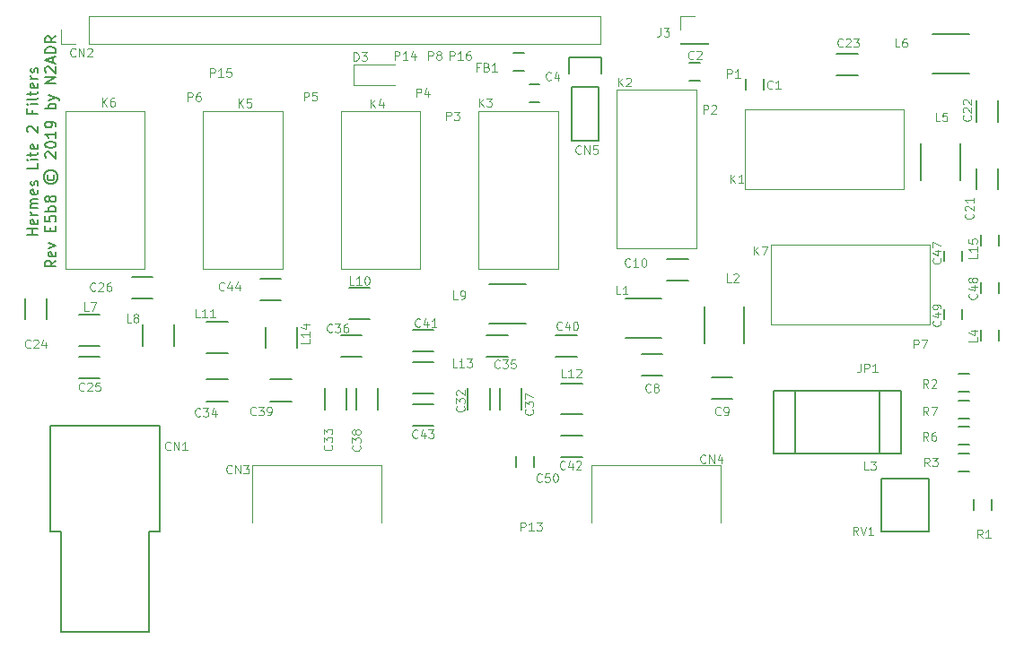
<source format=gto>
G04 #@! TF.GenerationSoftware,KiCad,Pcbnew,5.0.2-bee76a0~70~ubuntu16.04.1*
G04 #@! TF.CreationDate,2019-02-20T20:44:02-08:00*
G04 #@! TF.ProjectId,n2adr,6e326164-722e-46b6-9963-61645f706362,E5b8*
G04 #@! TF.SameCoordinates,PX3dfd240PY3473bc0*
G04 #@! TF.FileFunction,Legend,Top*
G04 #@! TF.FilePolarity,Positive*
%FSLAX46Y46*%
G04 Gerber Fmt 4.6, Leading zero omitted, Abs format (unit mm)*
G04 Created by KiCad (PCBNEW 5.0.2-bee76a0~70~ubuntu16.04.1) date Wed 20 Feb 2019 08:44:02 PM PST*
%MOMM*%
%LPD*%
G01*
G04 APERTURE LIST*
%ADD10C,0.200000*%
%ADD11C,0.100000*%
%ADD12C,0.150000*%
%ADD13C,0.120000*%
G04 APERTURE END LIST*
D10*
X5652380Y-20507142D02*
X4652380Y-20507142D01*
X5128571Y-20507142D02*
X5128571Y-19935714D01*
X5652380Y-19935714D02*
X4652380Y-19935714D01*
X5604761Y-19078571D02*
X5652380Y-19173809D01*
X5652380Y-19364285D01*
X5604761Y-19459523D01*
X5509523Y-19507142D01*
X5128571Y-19507142D01*
X5033333Y-19459523D01*
X4985714Y-19364285D01*
X4985714Y-19173809D01*
X5033333Y-19078571D01*
X5128571Y-19030952D01*
X5223809Y-19030952D01*
X5319047Y-19507142D01*
X5652380Y-18602380D02*
X4985714Y-18602380D01*
X5176190Y-18602380D02*
X5080952Y-18554761D01*
X5033333Y-18507142D01*
X4985714Y-18411904D01*
X4985714Y-18316666D01*
X5652380Y-17983333D02*
X4985714Y-17983333D01*
X5080952Y-17983333D02*
X5033333Y-17935714D01*
X4985714Y-17840476D01*
X4985714Y-17697619D01*
X5033333Y-17602380D01*
X5128571Y-17554761D01*
X5652380Y-17554761D01*
X5128571Y-17554761D02*
X5033333Y-17507142D01*
X4985714Y-17411904D01*
X4985714Y-17269047D01*
X5033333Y-17173809D01*
X5128571Y-17126190D01*
X5652380Y-17126190D01*
X5604761Y-16269047D02*
X5652380Y-16364285D01*
X5652380Y-16554761D01*
X5604761Y-16650000D01*
X5509523Y-16697619D01*
X5128571Y-16697619D01*
X5033333Y-16650000D01*
X4985714Y-16554761D01*
X4985714Y-16364285D01*
X5033333Y-16269047D01*
X5128571Y-16221428D01*
X5223809Y-16221428D01*
X5319047Y-16697619D01*
X5604761Y-15840476D02*
X5652380Y-15745238D01*
X5652380Y-15554761D01*
X5604761Y-15459523D01*
X5509523Y-15411904D01*
X5461904Y-15411904D01*
X5366666Y-15459523D01*
X5319047Y-15554761D01*
X5319047Y-15697619D01*
X5271428Y-15792857D01*
X5176190Y-15840476D01*
X5128571Y-15840476D01*
X5033333Y-15792857D01*
X4985714Y-15697619D01*
X4985714Y-15554761D01*
X5033333Y-15459523D01*
X5652380Y-13745238D02*
X5652380Y-14221428D01*
X4652380Y-14221428D01*
X5652380Y-13411904D02*
X4985714Y-13411904D01*
X4652380Y-13411904D02*
X4700000Y-13459523D01*
X4747619Y-13411904D01*
X4700000Y-13364285D01*
X4652380Y-13411904D01*
X4747619Y-13411904D01*
X4985714Y-13078571D02*
X4985714Y-12697619D01*
X4652380Y-12935714D02*
X5509523Y-12935714D01*
X5604761Y-12888095D01*
X5652380Y-12792857D01*
X5652380Y-12697619D01*
X5604761Y-11983333D02*
X5652380Y-12078571D01*
X5652380Y-12269047D01*
X5604761Y-12364285D01*
X5509523Y-12411904D01*
X5128571Y-12411904D01*
X5033333Y-12364285D01*
X4985714Y-12269047D01*
X4985714Y-12078571D01*
X5033333Y-11983333D01*
X5128571Y-11935714D01*
X5223809Y-11935714D01*
X5319047Y-12411904D01*
X4747619Y-10792857D02*
X4700000Y-10745238D01*
X4652380Y-10650000D01*
X4652380Y-10411904D01*
X4700000Y-10316666D01*
X4747619Y-10269047D01*
X4842857Y-10221428D01*
X4938095Y-10221428D01*
X5080952Y-10269047D01*
X5652380Y-10840476D01*
X5652380Y-10221428D01*
X5128571Y-8697619D02*
X5128571Y-9030952D01*
X5652380Y-9030952D02*
X4652380Y-9030952D01*
X4652380Y-8554761D01*
X5652380Y-8173809D02*
X4985714Y-8173809D01*
X4652380Y-8173809D02*
X4700000Y-8221428D01*
X4747619Y-8173809D01*
X4700000Y-8126190D01*
X4652380Y-8173809D01*
X4747619Y-8173809D01*
X5652380Y-7554761D02*
X5604761Y-7650000D01*
X5509523Y-7697619D01*
X4652380Y-7697619D01*
X4985714Y-7316666D02*
X4985714Y-6935714D01*
X4652380Y-7173809D02*
X5509523Y-7173809D01*
X5604761Y-7126190D01*
X5652380Y-7030952D01*
X5652380Y-6935714D01*
X5604761Y-6221428D02*
X5652380Y-6316666D01*
X5652380Y-6507142D01*
X5604761Y-6602380D01*
X5509523Y-6650000D01*
X5128571Y-6650000D01*
X5033333Y-6602380D01*
X4985714Y-6507142D01*
X4985714Y-6316666D01*
X5033333Y-6221428D01*
X5128571Y-6173809D01*
X5223809Y-6173809D01*
X5319047Y-6650000D01*
X5652380Y-5745238D02*
X4985714Y-5745238D01*
X5176190Y-5745238D02*
X5080952Y-5697619D01*
X5033333Y-5650000D01*
X4985714Y-5554761D01*
X4985714Y-5459523D01*
X5604761Y-5173809D02*
X5652380Y-5078571D01*
X5652380Y-4888095D01*
X5604761Y-4792857D01*
X5509523Y-4745238D01*
X5461904Y-4745238D01*
X5366666Y-4792857D01*
X5319047Y-4888095D01*
X5319047Y-5030952D01*
X5271428Y-5126190D01*
X5176190Y-5173809D01*
X5128571Y-5173809D01*
X5033333Y-5126190D01*
X4985714Y-5030952D01*
X4985714Y-4888095D01*
X5033333Y-4792857D01*
X7352380Y-22935714D02*
X6876190Y-23269047D01*
X7352380Y-23507142D02*
X6352380Y-23507142D01*
X6352380Y-23126190D01*
X6400000Y-23030952D01*
X6447619Y-22983333D01*
X6542857Y-22935714D01*
X6685714Y-22935714D01*
X6780952Y-22983333D01*
X6828571Y-23030952D01*
X6876190Y-23126190D01*
X6876190Y-23507142D01*
X7304761Y-22126190D02*
X7352380Y-22221428D01*
X7352380Y-22411904D01*
X7304761Y-22507142D01*
X7209523Y-22554761D01*
X6828571Y-22554761D01*
X6733333Y-22507142D01*
X6685714Y-22411904D01*
X6685714Y-22221428D01*
X6733333Y-22126190D01*
X6828571Y-22078571D01*
X6923809Y-22078571D01*
X7019047Y-22554761D01*
X6685714Y-21745238D02*
X7352380Y-21507142D01*
X6685714Y-21269047D01*
X6828571Y-20126190D02*
X6828571Y-19792857D01*
X7352380Y-19650000D02*
X7352380Y-20126190D01*
X6352380Y-20126190D01*
X6352380Y-19650000D01*
X6352380Y-18745238D02*
X6352380Y-19221428D01*
X6828571Y-19269047D01*
X6780952Y-19221428D01*
X6733333Y-19126190D01*
X6733333Y-18888095D01*
X6780952Y-18792857D01*
X6828571Y-18745238D01*
X6923809Y-18697619D01*
X7161904Y-18697619D01*
X7257142Y-18745238D01*
X7304761Y-18792857D01*
X7352380Y-18888095D01*
X7352380Y-19126190D01*
X7304761Y-19221428D01*
X7257142Y-19269047D01*
X7352380Y-18269047D02*
X6352380Y-18269047D01*
X6733333Y-18269047D02*
X6685714Y-18173809D01*
X6685714Y-17983333D01*
X6733333Y-17888095D01*
X6780952Y-17840476D01*
X6876190Y-17792857D01*
X7161904Y-17792857D01*
X7257142Y-17840476D01*
X7304761Y-17888095D01*
X7352380Y-17983333D01*
X7352380Y-18173809D01*
X7304761Y-18269047D01*
X6780952Y-17221428D02*
X6733333Y-17316666D01*
X6685714Y-17364285D01*
X6590476Y-17411904D01*
X6542857Y-17411904D01*
X6447619Y-17364285D01*
X6400000Y-17316666D01*
X6352380Y-17221428D01*
X6352380Y-17030952D01*
X6400000Y-16935714D01*
X6447619Y-16888095D01*
X6542857Y-16840476D01*
X6590476Y-16840476D01*
X6685714Y-16888095D01*
X6733333Y-16935714D01*
X6780952Y-17030952D01*
X6780952Y-17221428D01*
X6828571Y-17316666D01*
X6876190Y-17364285D01*
X6971428Y-17411904D01*
X7161904Y-17411904D01*
X7257142Y-17364285D01*
X7304761Y-17316666D01*
X7352380Y-17221428D01*
X7352380Y-17030952D01*
X7304761Y-16935714D01*
X7257142Y-16888095D01*
X7161904Y-16840476D01*
X6971428Y-16840476D01*
X6876190Y-16888095D01*
X6828571Y-16935714D01*
X6780952Y-17030952D01*
X6590476Y-14840476D02*
X6542857Y-14935714D01*
X6542857Y-15126190D01*
X6590476Y-15221428D01*
X6685714Y-15316666D01*
X6780952Y-15364285D01*
X6971428Y-15364285D01*
X7066666Y-15316666D01*
X7161904Y-15221428D01*
X7209523Y-15126190D01*
X7209523Y-14935714D01*
X7161904Y-14840476D01*
X6209523Y-15030952D02*
X6257142Y-15269047D01*
X6400000Y-15507142D01*
X6638095Y-15650000D01*
X6876190Y-15697619D01*
X7114285Y-15650000D01*
X7352380Y-15507142D01*
X7495238Y-15269047D01*
X7542857Y-15030952D01*
X7495238Y-14792857D01*
X7352380Y-14554761D01*
X7114285Y-14411904D01*
X6876190Y-14364285D01*
X6638095Y-14411904D01*
X6400000Y-14554761D01*
X6257142Y-14792857D01*
X6209523Y-15030952D01*
X6447619Y-13221428D02*
X6400000Y-13173809D01*
X6352380Y-13078571D01*
X6352380Y-12840476D01*
X6400000Y-12745238D01*
X6447619Y-12697619D01*
X6542857Y-12650000D01*
X6638095Y-12650000D01*
X6780952Y-12697619D01*
X7352380Y-13269047D01*
X7352380Y-12650000D01*
X6352380Y-12030952D02*
X6352380Y-11935714D01*
X6400000Y-11840476D01*
X6447619Y-11792857D01*
X6542857Y-11745238D01*
X6733333Y-11697619D01*
X6971428Y-11697619D01*
X7161904Y-11745238D01*
X7257142Y-11792857D01*
X7304761Y-11840476D01*
X7352380Y-11935714D01*
X7352380Y-12030952D01*
X7304761Y-12126190D01*
X7257142Y-12173809D01*
X7161904Y-12221428D01*
X6971428Y-12269047D01*
X6733333Y-12269047D01*
X6542857Y-12221428D01*
X6447619Y-12173809D01*
X6400000Y-12126190D01*
X6352380Y-12030952D01*
X7352380Y-10745238D02*
X7352380Y-11316666D01*
X7352380Y-11030952D02*
X6352380Y-11030952D01*
X6495238Y-11126190D01*
X6590476Y-11221428D01*
X6638095Y-11316666D01*
X7352380Y-10269047D02*
X7352380Y-10078571D01*
X7304761Y-9983333D01*
X7257142Y-9935714D01*
X7114285Y-9840476D01*
X6923809Y-9792857D01*
X6542857Y-9792857D01*
X6447619Y-9840476D01*
X6400000Y-9888095D01*
X6352380Y-9983333D01*
X6352380Y-10173809D01*
X6400000Y-10269047D01*
X6447619Y-10316666D01*
X6542857Y-10364285D01*
X6780952Y-10364285D01*
X6876190Y-10316666D01*
X6923809Y-10269047D01*
X6971428Y-10173809D01*
X6971428Y-9983333D01*
X6923809Y-9888095D01*
X6876190Y-9840476D01*
X6780952Y-9792857D01*
X7352380Y-8602380D02*
X6352380Y-8602380D01*
X6733333Y-8602380D02*
X6685714Y-8507142D01*
X6685714Y-8316666D01*
X6733333Y-8221428D01*
X6780952Y-8173809D01*
X6876190Y-8126190D01*
X7161904Y-8126190D01*
X7257142Y-8173809D01*
X7304761Y-8221428D01*
X7352380Y-8316666D01*
X7352380Y-8507142D01*
X7304761Y-8602380D01*
X6685714Y-7792857D02*
X7352380Y-7554761D01*
X6685714Y-7316666D02*
X7352380Y-7554761D01*
X7590476Y-7650000D01*
X7638095Y-7697619D01*
X7685714Y-7792857D01*
X7352380Y-6173809D02*
X6352380Y-6173809D01*
X7352380Y-5602380D01*
X6352380Y-5602380D01*
X6447619Y-5173809D02*
X6400000Y-5126190D01*
X6352380Y-5030952D01*
X6352380Y-4792857D01*
X6400000Y-4697619D01*
X6447619Y-4650000D01*
X6542857Y-4602380D01*
X6638095Y-4602380D01*
X6780952Y-4650000D01*
X7352380Y-5221428D01*
X7352380Y-4602380D01*
X7066666Y-4221428D02*
X7066666Y-3745238D01*
X7352380Y-4316666D02*
X6352380Y-3983333D01*
X7352380Y-3650000D01*
X7352380Y-3316666D02*
X6352380Y-3316666D01*
X6352380Y-3078571D01*
X6400000Y-2935714D01*
X6495238Y-2840476D01*
X6590476Y-2792857D01*
X6780952Y-2745238D01*
X6923809Y-2745238D01*
X7114285Y-2792857D01*
X7209523Y-2840476D01*
X7304761Y-2935714D01*
X7352380Y-3078571D01*
X7352380Y-3316666D01*
X7352380Y-1745238D02*
X6876190Y-2078571D01*
X7352380Y-2316666D02*
X6352380Y-2316666D01*
X6352380Y-1935714D01*
X6400000Y-1840476D01*
X6447619Y-1792857D01*
X6542857Y-1745238D01*
X6685714Y-1745238D01*
X6780952Y-1792857D01*
X6828571Y-1840476D01*
X6876190Y-1935714D01*
X6876190Y-2316666D01*
D11*
G04 #@! TO.C,K3*
X47250000Y-8800000D02*
X54750000Y-8800000D01*
X54750000Y-8800000D02*
X54750000Y-21200000D01*
X54750000Y-21200000D02*
X54750000Y-23750000D01*
X54750000Y-23750000D02*
X47250000Y-23750000D01*
X47250000Y-23750000D02*
X47250000Y-8800000D01*
G04 #@! TO.C,K4*
X34250000Y-8800000D02*
X41750000Y-8800000D01*
X41750000Y-8800000D02*
X41750000Y-21200000D01*
X41750000Y-21200000D02*
X41750000Y-23750000D01*
X41750000Y-23750000D02*
X34250000Y-23750000D01*
X34250000Y-23750000D02*
X34250000Y-8800000D01*
D12*
G04 #@! TO.C,L2*
X72279600Y-30727200D02*
X72279600Y-27272800D01*
X68520400Y-30727200D02*
X68520400Y-27272800D01*
G04 #@! TO.C,C1*
X74150000Y-6800000D02*
X74150000Y-5800000D01*
X72450000Y-5800000D02*
X72450000Y-6800000D01*
G04 #@! TO.C,C2*
X67100000Y-5950000D02*
X68100000Y-5950000D01*
X68100000Y-4250000D02*
X67100000Y-4250000D01*
G04 #@! TO.C,C4*
X52000000Y-7950000D02*
X53000000Y-7950000D01*
X53000000Y-6250000D02*
X52000000Y-6250000D01*
G04 #@! TO.C,C8*
X62600000Y-33825000D02*
X64600000Y-33825000D01*
X64600000Y-31775000D02*
X62600000Y-31775000D01*
G04 #@! TO.C,C9*
X71200000Y-33975000D02*
X69200000Y-33975000D01*
X69200000Y-36025000D02*
X71200000Y-36025000D01*
G04 #@! TO.C,C10*
X67000000Y-22775000D02*
X65000000Y-22775000D01*
X65000000Y-24825000D02*
X67000000Y-24825000D01*
G04 #@! TO.C,L3*
X85100000Y-41200000D02*
X85100000Y-35200000D01*
X77100000Y-41200000D02*
X77100000Y-35200000D01*
X87100000Y-41200000D02*
X75100000Y-41200000D01*
X75100000Y-41200000D02*
X75100000Y-35200000D01*
X75100000Y-35200000D02*
X87100000Y-35200000D01*
X87100000Y-35200000D02*
X87100000Y-41200000D01*
G04 #@! TO.C,R2*
X92500000Y-35350000D02*
X93500000Y-35350000D01*
X93500000Y-33650000D02*
X92500000Y-33650000D01*
G04 #@! TO.C,R3*
X93500000Y-41150000D02*
X92500000Y-41150000D01*
X92500000Y-42850000D02*
X93500000Y-42850000D01*
G04 #@! TO.C,R6*
X92500000Y-40350000D02*
X93500000Y-40350000D01*
X93500000Y-38650000D02*
X92500000Y-38650000D01*
G04 #@! TO.C,R7*
X93500000Y-36150000D02*
X92500000Y-36150000D01*
X92500000Y-37850000D02*
X93500000Y-37850000D01*
G04 #@! TO.C,C21*
X94175000Y-14200000D02*
X94175000Y-16200000D01*
X96225000Y-16200000D02*
X96225000Y-14200000D01*
G04 #@! TO.C,C22*
X96225000Y-9800000D02*
X96225000Y-7800000D01*
X94175000Y-7800000D02*
X94175000Y-9800000D01*
G04 #@! TO.C,C23*
X81000000Y-5425000D02*
X83000000Y-5425000D01*
X83000000Y-3375000D02*
X81000000Y-3375000D01*
G04 #@! TO.C,C24*
X6525000Y-28500000D02*
X6525000Y-26500000D01*
X4475000Y-26500000D02*
X4475000Y-28500000D01*
G04 #@! TO.C,C25*
X11500000Y-31975000D02*
X9500000Y-31975000D01*
X9500000Y-34025000D02*
X11500000Y-34025000D01*
G04 #@! TO.C,C26*
X16500000Y-24475000D02*
X14500000Y-24475000D01*
X14500000Y-26525000D02*
X16500000Y-26525000D01*
G04 #@! TO.C,L7*
X11500000Y-28025000D02*
X9500000Y-28025000D01*
X9500000Y-30975000D02*
X11500000Y-30975000D01*
G04 #@! TO.C,L8*
X15525000Y-29000000D02*
X15525000Y-31000000D01*
X18475000Y-31000000D02*
X18475000Y-29000000D01*
G04 #@! TO.C,C32*
X46225000Y-35000000D02*
X46225000Y-37000000D01*
X48275000Y-37000000D02*
X48275000Y-35000000D01*
G04 #@! TO.C,C33*
X32725000Y-35000000D02*
X32725000Y-37000000D01*
X34775000Y-37000000D02*
X34775000Y-35000000D01*
G04 #@! TO.C,C34*
X21600000Y-36225000D02*
X23600000Y-36225000D01*
X23600000Y-34175000D02*
X21600000Y-34175000D01*
G04 #@! TO.C,C35*
X48000000Y-32025000D02*
X50000000Y-32025000D01*
X50000000Y-29975000D02*
X48000000Y-29975000D01*
G04 #@! TO.C,C36*
X34250000Y-32025000D02*
X36250000Y-32025000D01*
X36250000Y-29975000D02*
X34250000Y-29975000D01*
G04 #@! TO.C,C37*
X49225000Y-35000000D02*
X49225000Y-37000000D01*
X51275000Y-37000000D02*
X51275000Y-35000000D01*
G04 #@! TO.C,C38*
X35725000Y-35000000D02*
X35725000Y-37000000D01*
X37775000Y-37000000D02*
X37775000Y-35000000D01*
G04 #@! TO.C,C39*
X29600000Y-34175000D02*
X27600000Y-34175000D01*
X27600000Y-36225000D02*
X29600000Y-36225000D01*
G04 #@! TO.C,C40*
X54500000Y-32025000D02*
X56500000Y-32025000D01*
X56500000Y-29975000D02*
X54500000Y-29975000D01*
G04 #@! TO.C,C41*
X41000000Y-31525000D02*
X43000000Y-31525000D01*
X43000000Y-29475000D02*
X41000000Y-29475000D01*
G04 #@! TO.C,C42*
X57000000Y-39475000D02*
X55000000Y-39475000D01*
X55000000Y-41525000D02*
X57000000Y-41525000D01*
G04 #@! TO.C,C43*
X43000000Y-36475000D02*
X41000000Y-36475000D01*
X41000000Y-38525000D02*
X43000000Y-38525000D01*
G04 #@! TO.C,C44*
X28600000Y-24675000D02*
X26600000Y-24675000D01*
X26600000Y-26725000D02*
X28600000Y-26725000D01*
G04 #@! TO.C,L10*
X37000000Y-25525000D02*
X35000000Y-25525000D01*
X35000000Y-28475000D02*
X37000000Y-28475000D01*
G04 #@! TO.C,L11*
X23600000Y-28725000D02*
X21600000Y-28725000D01*
X21600000Y-31675000D02*
X23600000Y-31675000D01*
G04 #@! TO.C,L13*
X43000000Y-32525000D02*
X41000000Y-32525000D01*
X41000000Y-35475000D02*
X43000000Y-35475000D01*
G04 #@! TO.C,L14*
X27125000Y-29200000D02*
X27125000Y-31200000D01*
X30075000Y-31200000D02*
X30075000Y-29200000D01*
G04 #@! TO.C,L1*
X61072800Y-30279600D02*
X64527200Y-30279600D01*
X61072800Y-26520400D02*
X64527200Y-26520400D01*
G04 #@! TO.C,L5*
X92679600Y-15327200D02*
X92679600Y-11872800D01*
X88920400Y-15327200D02*
X88920400Y-11872800D01*
G04 #@! TO.C,L6*
X93527200Y-1520400D02*
X90072800Y-1520400D01*
X93527200Y-5279600D02*
X90072800Y-5279600D01*
G04 #@! TO.C,L9*
X48272800Y-28879600D02*
X51727200Y-28879600D01*
X48272800Y-25120400D02*
X51727200Y-25120400D01*
G04 #@! TO.C,L12*
X57000000Y-34525000D02*
X55000000Y-34525000D01*
X55000000Y-37475000D02*
X57000000Y-37475000D01*
G04 #@! TO.C,C50*
X52450000Y-42400000D02*
X52450000Y-41400000D01*
X50750000Y-41400000D02*
X50750000Y-42400000D01*
G04 #@! TO.C,C47*
X92850000Y-23000000D02*
X92850000Y-22000000D01*
X91150000Y-22000000D02*
X91150000Y-23000000D01*
G04 #@! TO.C,C48*
X94650000Y-25000000D02*
X94650000Y-26000000D01*
X96350000Y-26000000D02*
X96350000Y-25000000D01*
G04 #@! TO.C,C49*
X92850000Y-28500000D02*
X92850000Y-27500000D01*
X91150000Y-27500000D02*
X91150000Y-28500000D01*
G04 #@! TO.C,L4*
X94650000Y-29500000D02*
X94650000Y-30500000D01*
X96350000Y-30500000D02*
X96350000Y-29500000D01*
G04 #@! TO.C,L15*
X96350000Y-21500000D02*
X96350000Y-20500000D01*
X94650000Y-20500000D02*
X94650000Y-21500000D01*
D11*
G04 #@! TO.C,CN4*
X57900000Y-47700000D02*
X57900000Y-42300000D01*
X57900000Y-42300000D02*
X70100000Y-42300000D01*
X70100000Y-42300000D02*
X70100000Y-47700000D01*
G04 #@! TO.C,CN3*
X25900000Y-47700000D02*
X25900000Y-42300000D01*
X25900000Y-42300000D02*
X38100000Y-42300000D01*
X38100000Y-42300000D02*
X38100000Y-47700000D01*
D12*
G04 #@! TO.C,R1*
X93950000Y-45500000D02*
X93950000Y-46500000D01*
X95650000Y-46500000D02*
X95650000Y-45500000D01*
D11*
G04 #@! TO.C,K1*
X72400000Y-16150000D02*
X72400000Y-8650000D01*
X72400000Y-8650000D02*
X84800000Y-8650000D01*
X84800000Y-8650000D02*
X87350000Y-8650000D01*
X87350000Y-8650000D02*
X87350000Y-16150000D01*
X87350000Y-16150000D02*
X72400000Y-16150000D01*
G04 #@! TO.C,K2*
X60250000Y-6800000D02*
X67750000Y-6800000D01*
X67750000Y-6800000D02*
X67750000Y-19200000D01*
X67750000Y-19200000D02*
X67750000Y-21750000D01*
X67750000Y-21750000D02*
X60250000Y-21750000D01*
X60250000Y-21750000D02*
X60250000Y-6800000D01*
G04 #@! TO.C,K5*
X21250000Y-8800000D02*
X28750000Y-8800000D01*
X28750000Y-8800000D02*
X28750000Y-21200000D01*
X28750000Y-21200000D02*
X28750000Y-23750000D01*
X28750000Y-23750000D02*
X21250000Y-23750000D01*
X21250000Y-23750000D02*
X21250000Y-8800000D01*
G04 #@! TO.C,K6*
X8250000Y-8800000D02*
X15750000Y-8800000D01*
X15750000Y-8800000D02*
X15750000Y-21200000D01*
X15750000Y-21200000D02*
X15750000Y-23750000D01*
X15750000Y-23750000D02*
X8250000Y-23750000D01*
X8250000Y-23750000D02*
X8250000Y-8800000D01*
G04 #@! TO.C,K7*
X89800000Y-21450000D02*
X89800000Y-28950000D01*
X89800000Y-28950000D02*
X77400000Y-28950000D01*
X77400000Y-28950000D02*
X74850000Y-28950000D01*
X74850000Y-28950000D02*
X74850000Y-21450000D01*
X74850000Y-21450000D02*
X89800000Y-21450000D01*
D12*
G04 #@! TO.C,CN5*
X56030000Y-6570000D02*
X56030000Y-11650000D01*
X56030000Y-11650000D02*
X58570000Y-11650000D01*
X58570000Y-11650000D02*
X58570000Y-6570000D01*
X58850000Y-3750000D02*
X58850000Y-5300000D01*
X58570000Y-6570000D02*
X56030000Y-6570000D01*
X55750000Y-5300000D02*
X55750000Y-3750000D01*
X55750000Y-3750000D02*
X58850000Y-3750000D01*
D13*
G04 #@! TO.C,J3*
X66258000Y-2464000D02*
X68918000Y-2464000D01*
X66258000Y-2404000D02*
X66258000Y-2464000D01*
X68918000Y-2404000D02*
X68918000Y-2464000D01*
X66258000Y-2404000D02*
X68918000Y-2404000D01*
X66258000Y-1134000D02*
X66258000Y196000D01*
X66258000Y196000D02*
X67588000Y196000D01*
G04 #@! TO.C,CN2*
X58758000Y-2464000D02*
X58758000Y196000D01*
X10438000Y-2464000D02*
X58758000Y-2464000D01*
X10438000Y196000D02*
X58758000Y196000D01*
X10438000Y-2464000D02*
X10438000Y196000D01*
X9168000Y-2464000D02*
X7838000Y-2464000D01*
X7838000Y-2464000D02*
X7838000Y-1134000D01*
D12*
G04 #@! TO.C,CN1*
X17150000Y-48500000D02*
X16150000Y-48500000D01*
X7850000Y-48500000D02*
X6850000Y-48500000D01*
X16150000Y-58000000D02*
X7850000Y-58000000D01*
X7850000Y-48500000D02*
X7850000Y-58000000D01*
X16150000Y-48500000D02*
X16150000Y-58000000D01*
X17150000Y-38500000D02*
X6850000Y-38500000D01*
X6850000Y-48500000D02*
X6850000Y-38500000D01*
X17150000Y-48500000D02*
X17150000Y-38500000D01*
G04 #@! TO.C,RV1*
X85250000Y-48500000D02*
X85250000Y-43500000D01*
X85250000Y-43500000D02*
X89750000Y-43500000D01*
X89750000Y-43500000D02*
X89750000Y-48500000D01*
X89750000Y-48500000D02*
X85250000Y-48500000D01*
D13*
G04 #@! TO.C,D3*
X35450000Y-4400000D02*
X35450000Y-6400000D01*
X35450000Y-6400000D02*
X39350000Y-6400000D01*
X35450000Y-4400000D02*
X39350000Y-4400000D01*
D12*
G04 #@! TO.C,FB1*
X51500000Y-3350000D02*
X50500000Y-3350000D01*
X50500000Y-5050000D02*
X51500000Y-5050000D01*
G04 #@! TO.C,K3*
D11*
X47259523Y-8411904D02*
X47259523Y-7611904D01*
X47716666Y-8411904D02*
X47373809Y-7954761D01*
X47716666Y-7611904D02*
X47259523Y-8069047D01*
X47983333Y-7611904D02*
X48478571Y-7611904D01*
X48211904Y-7916666D01*
X48326190Y-7916666D01*
X48402380Y-7954761D01*
X48440476Y-7992857D01*
X48478571Y-8069047D01*
X48478571Y-8259523D01*
X48440476Y-8335714D01*
X48402380Y-8373809D01*
X48326190Y-8411904D01*
X48097619Y-8411904D01*
X48021428Y-8373809D01*
X47983333Y-8335714D01*
G04 #@! TO.C,K4*
X37059523Y-8511904D02*
X37059523Y-7711904D01*
X37516666Y-8511904D02*
X37173809Y-8054761D01*
X37516666Y-7711904D02*
X37059523Y-8169047D01*
X38202380Y-7978571D02*
X38202380Y-8511904D01*
X38011904Y-7673809D02*
X37821428Y-8245238D01*
X38316666Y-8245238D01*
G04 #@! TO.C,L2*
X71066666Y-24961904D02*
X70685714Y-24961904D01*
X70685714Y-24161904D01*
X71295238Y-24238095D02*
X71333333Y-24200000D01*
X71409523Y-24161904D01*
X71600000Y-24161904D01*
X71676190Y-24200000D01*
X71714285Y-24238095D01*
X71752380Y-24314285D01*
X71752380Y-24390476D01*
X71714285Y-24504761D01*
X71257142Y-24961904D01*
X71752380Y-24961904D01*
G04 #@! TO.C,C1*
X74966666Y-6635714D02*
X74928571Y-6673809D01*
X74814285Y-6711904D01*
X74738095Y-6711904D01*
X74623809Y-6673809D01*
X74547619Y-6597619D01*
X74509523Y-6521428D01*
X74471428Y-6369047D01*
X74471428Y-6254761D01*
X74509523Y-6102380D01*
X74547619Y-6026190D01*
X74623809Y-5950000D01*
X74738095Y-5911904D01*
X74814285Y-5911904D01*
X74928571Y-5950000D01*
X74966666Y-5988095D01*
X75728571Y-6711904D02*
X75271428Y-6711904D01*
X75500000Y-6711904D02*
X75500000Y-5911904D01*
X75423809Y-6026190D01*
X75347619Y-6102380D01*
X75271428Y-6140476D01*
G04 #@! TO.C,C2*
X67516666Y-3835714D02*
X67478571Y-3873809D01*
X67364285Y-3911904D01*
X67288095Y-3911904D01*
X67173809Y-3873809D01*
X67097619Y-3797619D01*
X67059523Y-3721428D01*
X67021428Y-3569047D01*
X67021428Y-3454761D01*
X67059523Y-3302380D01*
X67097619Y-3226190D01*
X67173809Y-3150000D01*
X67288095Y-3111904D01*
X67364285Y-3111904D01*
X67478571Y-3150000D01*
X67516666Y-3188095D01*
X67821428Y-3188095D02*
X67859523Y-3150000D01*
X67935714Y-3111904D01*
X68126190Y-3111904D01*
X68202380Y-3150000D01*
X68240476Y-3188095D01*
X68278571Y-3264285D01*
X68278571Y-3340476D01*
X68240476Y-3454761D01*
X67783333Y-3911904D01*
X68278571Y-3911904D01*
G04 #@! TO.C,C4*
X54066666Y-5835714D02*
X54028571Y-5873809D01*
X53914285Y-5911904D01*
X53838095Y-5911904D01*
X53723809Y-5873809D01*
X53647619Y-5797619D01*
X53609523Y-5721428D01*
X53571428Y-5569047D01*
X53571428Y-5454761D01*
X53609523Y-5302380D01*
X53647619Y-5226190D01*
X53723809Y-5150000D01*
X53838095Y-5111904D01*
X53914285Y-5111904D01*
X54028571Y-5150000D01*
X54066666Y-5188095D01*
X54752380Y-5378571D02*
X54752380Y-5911904D01*
X54561904Y-5073809D02*
X54371428Y-5645238D01*
X54866666Y-5645238D01*
G04 #@! TO.C,C8*
X63466666Y-35285714D02*
X63428571Y-35323809D01*
X63314285Y-35361904D01*
X63238095Y-35361904D01*
X63123809Y-35323809D01*
X63047619Y-35247619D01*
X63009523Y-35171428D01*
X62971428Y-35019047D01*
X62971428Y-34904761D01*
X63009523Y-34752380D01*
X63047619Y-34676190D01*
X63123809Y-34600000D01*
X63238095Y-34561904D01*
X63314285Y-34561904D01*
X63428571Y-34600000D01*
X63466666Y-34638095D01*
X63923809Y-34904761D02*
X63847619Y-34866666D01*
X63809523Y-34828571D01*
X63771428Y-34752380D01*
X63771428Y-34714285D01*
X63809523Y-34638095D01*
X63847619Y-34600000D01*
X63923809Y-34561904D01*
X64076190Y-34561904D01*
X64152380Y-34600000D01*
X64190476Y-34638095D01*
X64228571Y-34714285D01*
X64228571Y-34752380D01*
X64190476Y-34828571D01*
X64152380Y-34866666D01*
X64076190Y-34904761D01*
X63923809Y-34904761D01*
X63847619Y-34942857D01*
X63809523Y-34980952D01*
X63771428Y-35057142D01*
X63771428Y-35209523D01*
X63809523Y-35285714D01*
X63847619Y-35323809D01*
X63923809Y-35361904D01*
X64076190Y-35361904D01*
X64152380Y-35323809D01*
X64190476Y-35285714D01*
X64228571Y-35209523D01*
X64228571Y-35057142D01*
X64190476Y-34980952D01*
X64152380Y-34942857D01*
X64076190Y-34904761D01*
G04 #@! TO.C,C9*
X70066666Y-37485714D02*
X70028571Y-37523809D01*
X69914285Y-37561904D01*
X69838095Y-37561904D01*
X69723809Y-37523809D01*
X69647619Y-37447619D01*
X69609523Y-37371428D01*
X69571428Y-37219047D01*
X69571428Y-37104761D01*
X69609523Y-36952380D01*
X69647619Y-36876190D01*
X69723809Y-36800000D01*
X69838095Y-36761904D01*
X69914285Y-36761904D01*
X70028571Y-36800000D01*
X70066666Y-36838095D01*
X70447619Y-37561904D02*
X70600000Y-37561904D01*
X70676190Y-37523809D01*
X70714285Y-37485714D01*
X70790476Y-37371428D01*
X70828571Y-37219047D01*
X70828571Y-36914285D01*
X70790476Y-36838095D01*
X70752380Y-36800000D01*
X70676190Y-36761904D01*
X70523809Y-36761904D01*
X70447619Y-36800000D01*
X70409523Y-36838095D01*
X70371428Y-36914285D01*
X70371428Y-37104761D01*
X70409523Y-37180952D01*
X70447619Y-37219047D01*
X70523809Y-37257142D01*
X70676190Y-37257142D01*
X70752380Y-37219047D01*
X70790476Y-37180952D01*
X70828571Y-37104761D01*
G04 #@! TO.C,C10*
X61535714Y-23435714D02*
X61497619Y-23473809D01*
X61383333Y-23511904D01*
X61307142Y-23511904D01*
X61192857Y-23473809D01*
X61116666Y-23397619D01*
X61078571Y-23321428D01*
X61040476Y-23169047D01*
X61040476Y-23054761D01*
X61078571Y-22902380D01*
X61116666Y-22826190D01*
X61192857Y-22750000D01*
X61307142Y-22711904D01*
X61383333Y-22711904D01*
X61497619Y-22750000D01*
X61535714Y-22788095D01*
X62297619Y-23511904D02*
X61840476Y-23511904D01*
X62069047Y-23511904D02*
X62069047Y-22711904D01*
X61992857Y-22826190D01*
X61916666Y-22902380D01*
X61840476Y-22940476D01*
X62792857Y-22711904D02*
X62869047Y-22711904D01*
X62945238Y-22750000D01*
X62983333Y-22788095D01*
X63021428Y-22864285D01*
X63059523Y-23016666D01*
X63059523Y-23207142D01*
X63021428Y-23359523D01*
X62983333Y-23435714D01*
X62945238Y-23473809D01*
X62869047Y-23511904D01*
X62792857Y-23511904D01*
X62716666Y-23473809D01*
X62678571Y-23435714D01*
X62640476Y-23359523D01*
X62602380Y-23207142D01*
X62602380Y-23016666D01*
X62640476Y-22864285D01*
X62678571Y-22788095D01*
X62716666Y-22750000D01*
X62792857Y-22711904D01*
G04 #@! TO.C,JP1*
X83283333Y-32661904D02*
X83283333Y-33233333D01*
X83245238Y-33347619D01*
X83169047Y-33423809D01*
X83054761Y-33461904D01*
X82978571Y-33461904D01*
X83664285Y-33461904D02*
X83664285Y-32661904D01*
X83969047Y-32661904D01*
X84045238Y-32700000D01*
X84083333Y-32738095D01*
X84121428Y-32814285D01*
X84121428Y-32928571D01*
X84083333Y-33004761D01*
X84045238Y-33042857D01*
X83969047Y-33080952D01*
X83664285Y-33080952D01*
X84883333Y-33461904D02*
X84426190Y-33461904D01*
X84654761Y-33461904D02*
X84654761Y-32661904D01*
X84578571Y-32776190D01*
X84502380Y-32852380D01*
X84426190Y-32890476D01*
G04 #@! TO.C,L3*
X84016666Y-42711904D02*
X83635714Y-42711904D01*
X83635714Y-41911904D01*
X84207142Y-41911904D02*
X84702380Y-41911904D01*
X84435714Y-42216666D01*
X84550000Y-42216666D01*
X84626190Y-42254761D01*
X84664285Y-42292857D01*
X84702380Y-42369047D01*
X84702380Y-42559523D01*
X84664285Y-42635714D01*
X84626190Y-42673809D01*
X84550000Y-42711904D01*
X84321428Y-42711904D01*
X84245238Y-42673809D01*
X84207142Y-42635714D01*
G04 #@! TO.C,P3*
X44209523Y-9661904D02*
X44209523Y-8861904D01*
X44514285Y-8861904D01*
X44590476Y-8900000D01*
X44628571Y-8938095D01*
X44666666Y-9014285D01*
X44666666Y-9128571D01*
X44628571Y-9204761D01*
X44590476Y-9242857D01*
X44514285Y-9280952D01*
X44209523Y-9280952D01*
X44933333Y-8861904D02*
X45428571Y-8861904D01*
X45161904Y-9166666D01*
X45276190Y-9166666D01*
X45352380Y-9204761D01*
X45390476Y-9242857D01*
X45428571Y-9319047D01*
X45428571Y-9509523D01*
X45390476Y-9585714D01*
X45352380Y-9623809D01*
X45276190Y-9661904D01*
X45047619Y-9661904D01*
X44971428Y-9623809D01*
X44933333Y-9585714D01*
G04 #@! TO.C,P6*
X19809523Y-7861904D02*
X19809523Y-7061904D01*
X20114285Y-7061904D01*
X20190476Y-7100000D01*
X20228571Y-7138095D01*
X20266666Y-7214285D01*
X20266666Y-7328571D01*
X20228571Y-7404761D01*
X20190476Y-7442857D01*
X20114285Y-7480952D01*
X19809523Y-7480952D01*
X20952380Y-7061904D02*
X20800000Y-7061904D01*
X20723809Y-7100000D01*
X20685714Y-7138095D01*
X20609523Y-7252380D01*
X20571428Y-7404761D01*
X20571428Y-7709523D01*
X20609523Y-7785714D01*
X20647619Y-7823809D01*
X20723809Y-7861904D01*
X20876190Y-7861904D01*
X20952380Y-7823809D01*
X20990476Y-7785714D01*
X21028571Y-7709523D01*
X21028571Y-7519047D01*
X20990476Y-7442857D01*
X20952380Y-7404761D01*
X20876190Y-7366666D01*
X20723809Y-7366666D01*
X20647619Y-7404761D01*
X20609523Y-7442857D01*
X20571428Y-7519047D01*
G04 #@! TO.C,R2*
X89666666Y-34961904D02*
X89400000Y-34580952D01*
X89209523Y-34961904D02*
X89209523Y-34161904D01*
X89514285Y-34161904D01*
X89590476Y-34200000D01*
X89628571Y-34238095D01*
X89666666Y-34314285D01*
X89666666Y-34428571D01*
X89628571Y-34504761D01*
X89590476Y-34542857D01*
X89514285Y-34580952D01*
X89209523Y-34580952D01*
X89971428Y-34238095D02*
X90009523Y-34200000D01*
X90085714Y-34161904D01*
X90276190Y-34161904D01*
X90352380Y-34200000D01*
X90390476Y-34238095D01*
X90428571Y-34314285D01*
X90428571Y-34390476D01*
X90390476Y-34504761D01*
X89933333Y-34961904D01*
X90428571Y-34961904D01*
G04 #@! TO.C,R3*
X89766666Y-42361904D02*
X89500000Y-41980952D01*
X89309523Y-42361904D02*
X89309523Y-41561904D01*
X89614285Y-41561904D01*
X89690476Y-41600000D01*
X89728571Y-41638095D01*
X89766666Y-41714285D01*
X89766666Y-41828571D01*
X89728571Y-41904761D01*
X89690476Y-41942857D01*
X89614285Y-41980952D01*
X89309523Y-41980952D01*
X90033333Y-41561904D02*
X90528571Y-41561904D01*
X90261904Y-41866666D01*
X90376190Y-41866666D01*
X90452380Y-41904761D01*
X90490476Y-41942857D01*
X90528571Y-42019047D01*
X90528571Y-42209523D01*
X90490476Y-42285714D01*
X90452380Y-42323809D01*
X90376190Y-42361904D01*
X90147619Y-42361904D01*
X90071428Y-42323809D01*
X90033333Y-42285714D01*
G04 #@! TO.C,R6*
X89666666Y-39961904D02*
X89400000Y-39580952D01*
X89209523Y-39961904D02*
X89209523Y-39161904D01*
X89514285Y-39161904D01*
X89590476Y-39200000D01*
X89628571Y-39238095D01*
X89666666Y-39314285D01*
X89666666Y-39428571D01*
X89628571Y-39504761D01*
X89590476Y-39542857D01*
X89514285Y-39580952D01*
X89209523Y-39580952D01*
X90352380Y-39161904D02*
X90200000Y-39161904D01*
X90123809Y-39200000D01*
X90085714Y-39238095D01*
X90009523Y-39352380D01*
X89971428Y-39504761D01*
X89971428Y-39809523D01*
X90009523Y-39885714D01*
X90047619Y-39923809D01*
X90123809Y-39961904D01*
X90276190Y-39961904D01*
X90352380Y-39923809D01*
X90390476Y-39885714D01*
X90428571Y-39809523D01*
X90428571Y-39619047D01*
X90390476Y-39542857D01*
X90352380Y-39504761D01*
X90276190Y-39466666D01*
X90123809Y-39466666D01*
X90047619Y-39504761D01*
X90009523Y-39542857D01*
X89971428Y-39619047D01*
G04 #@! TO.C,R7*
X89666666Y-37561904D02*
X89400000Y-37180952D01*
X89209523Y-37561904D02*
X89209523Y-36761904D01*
X89514285Y-36761904D01*
X89590476Y-36800000D01*
X89628571Y-36838095D01*
X89666666Y-36914285D01*
X89666666Y-37028571D01*
X89628571Y-37104761D01*
X89590476Y-37142857D01*
X89514285Y-37180952D01*
X89209523Y-37180952D01*
X89933333Y-36761904D02*
X90466666Y-36761904D01*
X90123809Y-37561904D01*
G04 #@! TO.C,C21*
X93835714Y-18514285D02*
X93873809Y-18552380D01*
X93911904Y-18666666D01*
X93911904Y-18742857D01*
X93873809Y-18857142D01*
X93797619Y-18933333D01*
X93721428Y-18971428D01*
X93569047Y-19009523D01*
X93454761Y-19009523D01*
X93302380Y-18971428D01*
X93226190Y-18933333D01*
X93150000Y-18857142D01*
X93111904Y-18742857D01*
X93111904Y-18666666D01*
X93150000Y-18552380D01*
X93188095Y-18514285D01*
X93188095Y-18209523D02*
X93150000Y-18171428D01*
X93111904Y-18095238D01*
X93111904Y-17904761D01*
X93150000Y-17828571D01*
X93188095Y-17790476D01*
X93264285Y-17752380D01*
X93340476Y-17752380D01*
X93454761Y-17790476D01*
X93911904Y-18247619D01*
X93911904Y-17752380D01*
X93911904Y-16990476D02*
X93911904Y-17447619D01*
X93911904Y-17219047D02*
X93111904Y-17219047D01*
X93226190Y-17295238D01*
X93302380Y-17371428D01*
X93340476Y-17447619D01*
G04 #@! TO.C,C22*
X93635714Y-9214285D02*
X93673809Y-9252380D01*
X93711904Y-9366666D01*
X93711904Y-9442857D01*
X93673809Y-9557142D01*
X93597619Y-9633333D01*
X93521428Y-9671428D01*
X93369047Y-9709523D01*
X93254761Y-9709523D01*
X93102380Y-9671428D01*
X93026190Y-9633333D01*
X92950000Y-9557142D01*
X92911904Y-9442857D01*
X92911904Y-9366666D01*
X92950000Y-9252380D01*
X92988095Y-9214285D01*
X92988095Y-8909523D02*
X92950000Y-8871428D01*
X92911904Y-8795238D01*
X92911904Y-8604761D01*
X92950000Y-8528571D01*
X92988095Y-8490476D01*
X93064285Y-8452380D01*
X93140476Y-8452380D01*
X93254761Y-8490476D01*
X93711904Y-8947619D01*
X93711904Y-8452380D01*
X92988095Y-8147619D02*
X92950000Y-8109523D01*
X92911904Y-8033333D01*
X92911904Y-7842857D01*
X92950000Y-7766666D01*
X92988095Y-7728571D01*
X93064285Y-7690476D01*
X93140476Y-7690476D01*
X93254761Y-7728571D01*
X93711904Y-8185714D01*
X93711904Y-7690476D01*
G04 #@! TO.C,C23*
X81585714Y-2685714D02*
X81547619Y-2723809D01*
X81433333Y-2761904D01*
X81357142Y-2761904D01*
X81242857Y-2723809D01*
X81166666Y-2647619D01*
X81128571Y-2571428D01*
X81090476Y-2419047D01*
X81090476Y-2304761D01*
X81128571Y-2152380D01*
X81166666Y-2076190D01*
X81242857Y-2000000D01*
X81357142Y-1961904D01*
X81433333Y-1961904D01*
X81547619Y-2000000D01*
X81585714Y-2038095D01*
X81890476Y-2038095D02*
X81928571Y-2000000D01*
X82004761Y-1961904D01*
X82195238Y-1961904D01*
X82271428Y-2000000D01*
X82309523Y-2038095D01*
X82347619Y-2114285D01*
X82347619Y-2190476D01*
X82309523Y-2304761D01*
X81852380Y-2761904D01*
X82347619Y-2761904D01*
X82614285Y-1961904D02*
X83109523Y-1961904D01*
X82842857Y-2266666D01*
X82957142Y-2266666D01*
X83033333Y-2304761D01*
X83071428Y-2342857D01*
X83109523Y-2419047D01*
X83109523Y-2609523D01*
X83071428Y-2685714D01*
X83033333Y-2723809D01*
X82957142Y-2761904D01*
X82728571Y-2761904D01*
X82652380Y-2723809D01*
X82614285Y-2685714D01*
G04 #@! TO.C,C24*
X4935714Y-31135714D02*
X4897619Y-31173809D01*
X4783333Y-31211904D01*
X4707142Y-31211904D01*
X4592857Y-31173809D01*
X4516666Y-31097619D01*
X4478571Y-31021428D01*
X4440476Y-30869047D01*
X4440476Y-30754761D01*
X4478571Y-30602380D01*
X4516666Y-30526190D01*
X4592857Y-30450000D01*
X4707142Y-30411904D01*
X4783333Y-30411904D01*
X4897619Y-30450000D01*
X4935714Y-30488095D01*
X5240476Y-30488095D02*
X5278571Y-30450000D01*
X5354761Y-30411904D01*
X5545238Y-30411904D01*
X5621428Y-30450000D01*
X5659523Y-30488095D01*
X5697619Y-30564285D01*
X5697619Y-30640476D01*
X5659523Y-30754761D01*
X5202380Y-31211904D01*
X5697619Y-31211904D01*
X6383333Y-30678571D02*
X6383333Y-31211904D01*
X6192857Y-30373809D02*
X6002380Y-30945238D01*
X6497619Y-30945238D01*
G04 #@! TO.C,C25*
X10035714Y-35185714D02*
X9997619Y-35223809D01*
X9883333Y-35261904D01*
X9807142Y-35261904D01*
X9692857Y-35223809D01*
X9616666Y-35147619D01*
X9578571Y-35071428D01*
X9540476Y-34919047D01*
X9540476Y-34804761D01*
X9578571Y-34652380D01*
X9616666Y-34576190D01*
X9692857Y-34500000D01*
X9807142Y-34461904D01*
X9883333Y-34461904D01*
X9997619Y-34500000D01*
X10035714Y-34538095D01*
X10340476Y-34538095D02*
X10378571Y-34500000D01*
X10454761Y-34461904D01*
X10645238Y-34461904D01*
X10721428Y-34500000D01*
X10759523Y-34538095D01*
X10797619Y-34614285D01*
X10797619Y-34690476D01*
X10759523Y-34804761D01*
X10302380Y-35261904D01*
X10797619Y-35261904D01*
X11521428Y-34461904D02*
X11140476Y-34461904D01*
X11102380Y-34842857D01*
X11140476Y-34804761D01*
X11216666Y-34766666D01*
X11407142Y-34766666D01*
X11483333Y-34804761D01*
X11521428Y-34842857D01*
X11559523Y-34919047D01*
X11559523Y-35109523D01*
X11521428Y-35185714D01*
X11483333Y-35223809D01*
X11407142Y-35261904D01*
X11216666Y-35261904D01*
X11140476Y-35223809D01*
X11102380Y-35185714D01*
G04 #@! TO.C,C26*
X11085714Y-25735714D02*
X11047619Y-25773809D01*
X10933333Y-25811904D01*
X10857142Y-25811904D01*
X10742857Y-25773809D01*
X10666666Y-25697619D01*
X10628571Y-25621428D01*
X10590476Y-25469047D01*
X10590476Y-25354761D01*
X10628571Y-25202380D01*
X10666666Y-25126190D01*
X10742857Y-25050000D01*
X10857142Y-25011904D01*
X10933333Y-25011904D01*
X11047619Y-25050000D01*
X11085714Y-25088095D01*
X11390476Y-25088095D02*
X11428571Y-25050000D01*
X11504761Y-25011904D01*
X11695238Y-25011904D01*
X11771428Y-25050000D01*
X11809523Y-25088095D01*
X11847619Y-25164285D01*
X11847619Y-25240476D01*
X11809523Y-25354761D01*
X11352380Y-25811904D01*
X11847619Y-25811904D01*
X12533333Y-25011904D02*
X12380952Y-25011904D01*
X12304761Y-25050000D01*
X12266666Y-25088095D01*
X12190476Y-25202380D01*
X12152380Y-25354761D01*
X12152380Y-25659523D01*
X12190476Y-25735714D01*
X12228571Y-25773809D01*
X12304761Y-25811904D01*
X12457142Y-25811904D01*
X12533333Y-25773809D01*
X12571428Y-25735714D01*
X12609523Y-25659523D01*
X12609523Y-25469047D01*
X12571428Y-25392857D01*
X12533333Y-25354761D01*
X12457142Y-25316666D01*
X12304761Y-25316666D01*
X12228571Y-25354761D01*
X12190476Y-25392857D01*
X12152380Y-25469047D01*
G04 #@! TO.C,L7*
X10466666Y-27661904D02*
X10085714Y-27661904D01*
X10085714Y-26861904D01*
X10657142Y-26861904D02*
X11190476Y-26861904D01*
X10847619Y-27661904D01*
G04 #@! TO.C,L8*
X14466666Y-28761904D02*
X14085714Y-28761904D01*
X14085714Y-27961904D01*
X14847619Y-28304761D02*
X14771428Y-28266666D01*
X14733333Y-28228571D01*
X14695238Y-28152380D01*
X14695238Y-28114285D01*
X14733333Y-28038095D01*
X14771428Y-28000000D01*
X14847619Y-27961904D01*
X15000000Y-27961904D01*
X15076190Y-28000000D01*
X15114285Y-28038095D01*
X15152380Y-28114285D01*
X15152380Y-28152380D01*
X15114285Y-28228571D01*
X15076190Y-28266666D01*
X15000000Y-28304761D01*
X14847619Y-28304761D01*
X14771428Y-28342857D01*
X14733333Y-28380952D01*
X14695238Y-28457142D01*
X14695238Y-28609523D01*
X14733333Y-28685714D01*
X14771428Y-28723809D01*
X14847619Y-28761904D01*
X15000000Y-28761904D01*
X15076190Y-28723809D01*
X15114285Y-28685714D01*
X15152380Y-28609523D01*
X15152380Y-28457142D01*
X15114285Y-28380952D01*
X15076190Y-28342857D01*
X15000000Y-28304761D01*
G04 #@! TO.C,C32*
X45835714Y-36714285D02*
X45873809Y-36752380D01*
X45911904Y-36866666D01*
X45911904Y-36942857D01*
X45873809Y-37057142D01*
X45797619Y-37133333D01*
X45721428Y-37171428D01*
X45569047Y-37209523D01*
X45454761Y-37209523D01*
X45302380Y-37171428D01*
X45226190Y-37133333D01*
X45150000Y-37057142D01*
X45111904Y-36942857D01*
X45111904Y-36866666D01*
X45150000Y-36752380D01*
X45188095Y-36714285D01*
X45111904Y-36447619D02*
X45111904Y-35952380D01*
X45416666Y-36219047D01*
X45416666Y-36104761D01*
X45454761Y-36028571D01*
X45492857Y-35990476D01*
X45569047Y-35952380D01*
X45759523Y-35952380D01*
X45835714Y-35990476D01*
X45873809Y-36028571D01*
X45911904Y-36104761D01*
X45911904Y-36333333D01*
X45873809Y-36409523D01*
X45835714Y-36447619D01*
X45188095Y-35647619D02*
X45150000Y-35609523D01*
X45111904Y-35533333D01*
X45111904Y-35342857D01*
X45150000Y-35266666D01*
X45188095Y-35228571D01*
X45264285Y-35190476D01*
X45340476Y-35190476D01*
X45454761Y-35228571D01*
X45911904Y-35685714D01*
X45911904Y-35190476D01*
G04 #@! TO.C,C33*
X33335714Y-40364285D02*
X33373809Y-40402380D01*
X33411904Y-40516666D01*
X33411904Y-40592857D01*
X33373809Y-40707142D01*
X33297619Y-40783333D01*
X33221428Y-40821428D01*
X33069047Y-40859523D01*
X32954761Y-40859523D01*
X32802380Y-40821428D01*
X32726190Y-40783333D01*
X32650000Y-40707142D01*
X32611904Y-40592857D01*
X32611904Y-40516666D01*
X32650000Y-40402380D01*
X32688095Y-40364285D01*
X32611904Y-40097619D02*
X32611904Y-39602380D01*
X32916666Y-39869047D01*
X32916666Y-39754761D01*
X32954761Y-39678571D01*
X32992857Y-39640476D01*
X33069047Y-39602380D01*
X33259523Y-39602380D01*
X33335714Y-39640476D01*
X33373809Y-39678571D01*
X33411904Y-39754761D01*
X33411904Y-39983333D01*
X33373809Y-40059523D01*
X33335714Y-40097619D01*
X32611904Y-39335714D02*
X32611904Y-38840476D01*
X32916666Y-39107142D01*
X32916666Y-38992857D01*
X32954761Y-38916666D01*
X32992857Y-38878571D01*
X33069047Y-38840476D01*
X33259523Y-38840476D01*
X33335714Y-38878571D01*
X33373809Y-38916666D01*
X33411904Y-38992857D01*
X33411904Y-39221428D01*
X33373809Y-39297619D01*
X33335714Y-39335714D01*
G04 #@! TO.C,C34*
X20985714Y-37585714D02*
X20947619Y-37623809D01*
X20833333Y-37661904D01*
X20757142Y-37661904D01*
X20642857Y-37623809D01*
X20566666Y-37547619D01*
X20528571Y-37471428D01*
X20490476Y-37319047D01*
X20490476Y-37204761D01*
X20528571Y-37052380D01*
X20566666Y-36976190D01*
X20642857Y-36900000D01*
X20757142Y-36861904D01*
X20833333Y-36861904D01*
X20947619Y-36900000D01*
X20985714Y-36938095D01*
X21252380Y-36861904D02*
X21747619Y-36861904D01*
X21480952Y-37166666D01*
X21595238Y-37166666D01*
X21671428Y-37204761D01*
X21709523Y-37242857D01*
X21747619Y-37319047D01*
X21747619Y-37509523D01*
X21709523Y-37585714D01*
X21671428Y-37623809D01*
X21595238Y-37661904D01*
X21366666Y-37661904D01*
X21290476Y-37623809D01*
X21252380Y-37585714D01*
X22433333Y-37128571D02*
X22433333Y-37661904D01*
X22242857Y-36823809D02*
X22052380Y-37395238D01*
X22547619Y-37395238D01*
G04 #@! TO.C,C35*
X49235714Y-33035714D02*
X49197619Y-33073809D01*
X49083333Y-33111904D01*
X49007142Y-33111904D01*
X48892857Y-33073809D01*
X48816666Y-32997619D01*
X48778571Y-32921428D01*
X48740476Y-32769047D01*
X48740476Y-32654761D01*
X48778571Y-32502380D01*
X48816666Y-32426190D01*
X48892857Y-32350000D01*
X49007142Y-32311904D01*
X49083333Y-32311904D01*
X49197619Y-32350000D01*
X49235714Y-32388095D01*
X49502380Y-32311904D02*
X49997619Y-32311904D01*
X49730952Y-32616666D01*
X49845238Y-32616666D01*
X49921428Y-32654761D01*
X49959523Y-32692857D01*
X49997619Y-32769047D01*
X49997619Y-32959523D01*
X49959523Y-33035714D01*
X49921428Y-33073809D01*
X49845238Y-33111904D01*
X49616666Y-33111904D01*
X49540476Y-33073809D01*
X49502380Y-33035714D01*
X50721428Y-32311904D02*
X50340476Y-32311904D01*
X50302380Y-32692857D01*
X50340476Y-32654761D01*
X50416666Y-32616666D01*
X50607142Y-32616666D01*
X50683333Y-32654761D01*
X50721428Y-32692857D01*
X50759523Y-32769047D01*
X50759523Y-32959523D01*
X50721428Y-33035714D01*
X50683333Y-33073809D01*
X50607142Y-33111904D01*
X50416666Y-33111904D01*
X50340476Y-33073809D01*
X50302380Y-33035714D01*
G04 #@! TO.C,C36*
X33435714Y-29635714D02*
X33397619Y-29673809D01*
X33283333Y-29711904D01*
X33207142Y-29711904D01*
X33092857Y-29673809D01*
X33016666Y-29597619D01*
X32978571Y-29521428D01*
X32940476Y-29369047D01*
X32940476Y-29254761D01*
X32978571Y-29102380D01*
X33016666Y-29026190D01*
X33092857Y-28950000D01*
X33207142Y-28911904D01*
X33283333Y-28911904D01*
X33397619Y-28950000D01*
X33435714Y-28988095D01*
X33702380Y-28911904D02*
X34197619Y-28911904D01*
X33930952Y-29216666D01*
X34045238Y-29216666D01*
X34121428Y-29254761D01*
X34159523Y-29292857D01*
X34197619Y-29369047D01*
X34197619Y-29559523D01*
X34159523Y-29635714D01*
X34121428Y-29673809D01*
X34045238Y-29711904D01*
X33816666Y-29711904D01*
X33740476Y-29673809D01*
X33702380Y-29635714D01*
X34883333Y-28911904D02*
X34730952Y-28911904D01*
X34654761Y-28950000D01*
X34616666Y-28988095D01*
X34540476Y-29102380D01*
X34502380Y-29254761D01*
X34502380Y-29559523D01*
X34540476Y-29635714D01*
X34578571Y-29673809D01*
X34654761Y-29711904D01*
X34807142Y-29711904D01*
X34883333Y-29673809D01*
X34921428Y-29635714D01*
X34959523Y-29559523D01*
X34959523Y-29369047D01*
X34921428Y-29292857D01*
X34883333Y-29254761D01*
X34807142Y-29216666D01*
X34654761Y-29216666D01*
X34578571Y-29254761D01*
X34540476Y-29292857D01*
X34502380Y-29369047D01*
G04 #@! TO.C,C37*
X52335714Y-37014285D02*
X52373809Y-37052380D01*
X52411904Y-37166666D01*
X52411904Y-37242857D01*
X52373809Y-37357142D01*
X52297619Y-37433333D01*
X52221428Y-37471428D01*
X52069047Y-37509523D01*
X51954761Y-37509523D01*
X51802380Y-37471428D01*
X51726190Y-37433333D01*
X51650000Y-37357142D01*
X51611904Y-37242857D01*
X51611904Y-37166666D01*
X51650000Y-37052380D01*
X51688095Y-37014285D01*
X51611904Y-36747619D02*
X51611904Y-36252380D01*
X51916666Y-36519047D01*
X51916666Y-36404761D01*
X51954761Y-36328571D01*
X51992857Y-36290476D01*
X52069047Y-36252380D01*
X52259523Y-36252380D01*
X52335714Y-36290476D01*
X52373809Y-36328571D01*
X52411904Y-36404761D01*
X52411904Y-36633333D01*
X52373809Y-36709523D01*
X52335714Y-36747619D01*
X51611904Y-35985714D02*
X51611904Y-35452380D01*
X52411904Y-35795238D01*
G04 #@! TO.C,C38*
X36035714Y-40414285D02*
X36073809Y-40452380D01*
X36111904Y-40566666D01*
X36111904Y-40642857D01*
X36073809Y-40757142D01*
X35997619Y-40833333D01*
X35921428Y-40871428D01*
X35769047Y-40909523D01*
X35654761Y-40909523D01*
X35502380Y-40871428D01*
X35426190Y-40833333D01*
X35350000Y-40757142D01*
X35311904Y-40642857D01*
X35311904Y-40566666D01*
X35350000Y-40452380D01*
X35388095Y-40414285D01*
X35311904Y-40147619D02*
X35311904Y-39652380D01*
X35616666Y-39919047D01*
X35616666Y-39804761D01*
X35654761Y-39728571D01*
X35692857Y-39690476D01*
X35769047Y-39652380D01*
X35959523Y-39652380D01*
X36035714Y-39690476D01*
X36073809Y-39728571D01*
X36111904Y-39804761D01*
X36111904Y-40033333D01*
X36073809Y-40109523D01*
X36035714Y-40147619D01*
X35654761Y-39195238D02*
X35616666Y-39271428D01*
X35578571Y-39309523D01*
X35502380Y-39347619D01*
X35464285Y-39347619D01*
X35388095Y-39309523D01*
X35350000Y-39271428D01*
X35311904Y-39195238D01*
X35311904Y-39042857D01*
X35350000Y-38966666D01*
X35388095Y-38928571D01*
X35464285Y-38890476D01*
X35502380Y-38890476D01*
X35578571Y-38928571D01*
X35616666Y-38966666D01*
X35654761Y-39042857D01*
X35654761Y-39195238D01*
X35692857Y-39271428D01*
X35730952Y-39309523D01*
X35807142Y-39347619D01*
X35959523Y-39347619D01*
X36035714Y-39309523D01*
X36073809Y-39271428D01*
X36111904Y-39195238D01*
X36111904Y-39042857D01*
X36073809Y-38966666D01*
X36035714Y-38928571D01*
X35959523Y-38890476D01*
X35807142Y-38890476D01*
X35730952Y-38928571D01*
X35692857Y-38966666D01*
X35654761Y-39042857D01*
G04 #@! TO.C,C39*
X26185714Y-37485714D02*
X26147619Y-37523809D01*
X26033333Y-37561904D01*
X25957142Y-37561904D01*
X25842857Y-37523809D01*
X25766666Y-37447619D01*
X25728571Y-37371428D01*
X25690476Y-37219047D01*
X25690476Y-37104761D01*
X25728571Y-36952380D01*
X25766666Y-36876190D01*
X25842857Y-36800000D01*
X25957142Y-36761904D01*
X26033333Y-36761904D01*
X26147619Y-36800000D01*
X26185714Y-36838095D01*
X26452380Y-36761904D02*
X26947619Y-36761904D01*
X26680952Y-37066666D01*
X26795238Y-37066666D01*
X26871428Y-37104761D01*
X26909523Y-37142857D01*
X26947619Y-37219047D01*
X26947619Y-37409523D01*
X26909523Y-37485714D01*
X26871428Y-37523809D01*
X26795238Y-37561904D01*
X26566666Y-37561904D01*
X26490476Y-37523809D01*
X26452380Y-37485714D01*
X27328571Y-37561904D02*
X27480952Y-37561904D01*
X27557142Y-37523809D01*
X27595238Y-37485714D01*
X27671428Y-37371428D01*
X27709523Y-37219047D01*
X27709523Y-36914285D01*
X27671428Y-36838095D01*
X27633333Y-36800000D01*
X27557142Y-36761904D01*
X27404761Y-36761904D01*
X27328571Y-36800000D01*
X27290476Y-36838095D01*
X27252380Y-36914285D01*
X27252380Y-37104761D01*
X27290476Y-37180952D01*
X27328571Y-37219047D01*
X27404761Y-37257142D01*
X27557142Y-37257142D01*
X27633333Y-37219047D01*
X27671428Y-37180952D01*
X27709523Y-37104761D01*
G04 #@! TO.C,C40*
X55085714Y-29435714D02*
X55047619Y-29473809D01*
X54933333Y-29511904D01*
X54857142Y-29511904D01*
X54742857Y-29473809D01*
X54666666Y-29397619D01*
X54628571Y-29321428D01*
X54590476Y-29169047D01*
X54590476Y-29054761D01*
X54628571Y-28902380D01*
X54666666Y-28826190D01*
X54742857Y-28750000D01*
X54857142Y-28711904D01*
X54933333Y-28711904D01*
X55047619Y-28750000D01*
X55085714Y-28788095D01*
X55771428Y-28978571D02*
X55771428Y-29511904D01*
X55580952Y-28673809D02*
X55390476Y-29245238D01*
X55885714Y-29245238D01*
X56342857Y-28711904D02*
X56419047Y-28711904D01*
X56495238Y-28750000D01*
X56533333Y-28788095D01*
X56571428Y-28864285D01*
X56609523Y-29016666D01*
X56609523Y-29207142D01*
X56571428Y-29359523D01*
X56533333Y-29435714D01*
X56495238Y-29473809D01*
X56419047Y-29511904D01*
X56342857Y-29511904D01*
X56266666Y-29473809D01*
X56228571Y-29435714D01*
X56190476Y-29359523D01*
X56152380Y-29207142D01*
X56152380Y-29016666D01*
X56190476Y-28864285D01*
X56228571Y-28788095D01*
X56266666Y-28750000D01*
X56342857Y-28711904D01*
G04 #@! TO.C,C41*
X41735714Y-29135714D02*
X41697619Y-29173809D01*
X41583333Y-29211904D01*
X41507142Y-29211904D01*
X41392857Y-29173809D01*
X41316666Y-29097619D01*
X41278571Y-29021428D01*
X41240476Y-28869047D01*
X41240476Y-28754761D01*
X41278571Y-28602380D01*
X41316666Y-28526190D01*
X41392857Y-28450000D01*
X41507142Y-28411904D01*
X41583333Y-28411904D01*
X41697619Y-28450000D01*
X41735714Y-28488095D01*
X42421428Y-28678571D02*
X42421428Y-29211904D01*
X42230952Y-28373809D02*
X42040476Y-28945238D01*
X42535714Y-28945238D01*
X43259523Y-29211904D02*
X42802380Y-29211904D01*
X43030952Y-29211904D02*
X43030952Y-28411904D01*
X42954761Y-28526190D01*
X42878571Y-28602380D01*
X42802380Y-28640476D01*
G04 #@! TO.C,C42*
X55385714Y-42585714D02*
X55347619Y-42623809D01*
X55233333Y-42661904D01*
X55157142Y-42661904D01*
X55042857Y-42623809D01*
X54966666Y-42547619D01*
X54928571Y-42471428D01*
X54890476Y-42319047D01*
X54890476Y-42204761D01*
X54928571Y-42052380D01*
X54966666Y-41976190D01*
X55042857Y-41900000D01*
X55157142Y-41861904D01*
X55233333Y-41861904D01*
X55347619Y-41900000D01*
X55385714Y-41938095D01*
X56071428Y-42128571D02*
X56071428Y-42661904D01*
X55880952Y-41823809D02*
X55690476Y-42395238D01*
X56185714Y-42395238D01*
X56452380Y-41938095D02*
X56490476Y-41900000D01*
X56566666Y-41861904D01*
X56757142Y-41861904D01*
X56833333Y-41900000D01*
X56871428Y-41938095D01*
X56909523Y-42014285D01*
X56909523Y-42090476D01*
X56871428Y-42204761D01*
X56414285Y-42661904D01*
X56909523Y-42661904D01*
G04 #@! TO.C,C43*
X41485714Y-39635714D02*
X41447619Y-39673809D01*
X41333333Y-39711904D01*
X41257142Y-39711904D01*
X41142857Y-39673809D01*
X41066666Y-39597619D01*
X41028571Y-39521428D01*
X40990476Y-39369047D01*
X40990476Y-39254761D01*
X41028571Y-39102380D01*
X41066666Y-39026190D01*
X41142857Y-38950000D01*
X41257142Y-38911904D01*
X41333333Y-38911904D01*
X41447619Y-38950000D01*
X41485714Y-38988095D01*
X42171428Y-39178571D02*
X42171428Y-39711904D01*
X41980952Y-38873809D02*
X41790476Y-39445238D01*
X42285714Y-39445238D01*
X42514285Y-38911904D02*
X43009523Y-38911904D01*
X42742857Y-39216666D01*
X42857142Y-39216666D01*
X42933333Y-39254761D01*
X42971428Y-39292857D01*
X43009523Y-39369047D01*
X43009523Y-39559523D01*
X42971428Y-39635714D01*
X42933333Y-39673809D01*
X42857142Y-39711904D01*
X42628571Y-39711904D01*
X42552380Y-39673809D01*
X42514285Y-39635714D01*
G04 #@! TO.C,C44*
X23235714Y-25685714D02*
X23197619Y-25723809D01*
X23083333Y-25761904D01*
X23007142Y-25761904D01*
X22892857Y-25723809D01*
X22816666Y-25647619D01*
X22778571Y-25571428D01*
X22740476Y-25419047D01*
X22740476Y-25304761D01*
X22778571Y-25152380D01*
X22816666Y-25076190D01*
X22892857Y-25000000D01*
X23007142Y-24961904D01*
X23083333Y-24961904D01*
X23197619Y-25000000D01*
X23235714Y-25038095D01*
X23921428Y-25228571D02*
X23921428Y-25761904D01*
X23730952Y-24923809D02*
X23540476Y-25495238D01*
X24035714Y-25495238D01*
X24683333Y-25228571D02*
X24683333Y-25761904D01*
X24492857Y-24923809D02*
X24302380Y-25495238D01*
X24797619Y-25495238D01*
G04 #@! TO.C,L10*
X35485714Y-25211904D02*
X35104761Y-25211904D01*
X35104761Y-24411904D01*
X36171428Y-25211904D02*
X35714285Y-25211904D01*
X35942857Y-25211904D02*
X35942857Y-24411904D01*
X35866666Y-24526190D01*
X35790476Y-24602380D01*
X35714285Y-24640476D01*
X36666666Y-24411904D02*
X36742857Y-24411904D01*
X36819047Y-24450000D01*
X36857142Y-24488095D01*
X36895238Y-24564285D01*
X36933333Y-24716666D01*
X36933333Y-24907142D01*
X36895238Y-25059523D01*
X36857142Y-25135714D01*
X36819047Y-25173809D01*
X36742857Y-25211904D01*
X36666666Y-25211904D01*
X36590476Y-25173809D01*
X36552380Y-25135714D01*
X36514285Y-25059523D01*
X36476190Y-24907142D01*
X36476190Y-24716666D01*
X36514285Y-24564285D01*
X36552380Y-24488095D01*
X36590476Y-24450000D01*
X36666666Y-24411904D01*
G04 #@! TO.C,L11*
X20935714Y-28311904D02*
X20554761Y-28311904D01*
X20554761Y-27511904D01*
X21621428Y-28311904D02*
X21164285Y-28311904D01*
X21392857Y-28311904D02*
X21392857Y-27511904D01*
X21316666Y-27626190D01*
X21240476Y-27702380D01*
X21164285Y-27740476D01*
X22383333Y-28311904D02*
X21926190Y-28311904D01*
X22154761Y-28311904D02*
X22154761Y-27511904D01*
X22078571Y-27626190D01*
X22002380Y-27702380D01*
X21926190Y-27740476D01*
G04 #@! TO.C,L13*
X45185714Y-33011904D02*
X44804761Y-33011904D01*
X44804761Y-32211904D01*
X45871428Y-33011904D02*
X45414285Y-33011904D01*
X45642857Y-33011904D02*
X45642857Y-32211904D01*
X45566666Y-32326190D01*
X45490476Y-32402380D01*
X45414285Y-32440476D01*
X46138095Y-32211904D02*
X46633333Y-32211904D01*
X46366666Y-32516666D01*
X46480952Y-32516666D01*
X46557142Y-32554761D01*
X46595238Y-32592857D01*
X46633333Y-32669047D01*
X46633333Y-32859523D01*
X46595238Y-32935714D01*
X46557142Y-32973809D01*
X46480952Y-33011904D01*
X46252380Y-33011904D01*
X46176190Y-32973809D01*
X46138095Y-32935714D01*
G04 #@! TO.C,L14*
X31261904Y-30364285D02*
X31261904Y-30745238D01*
X30461904Y-30745238D01*
X31261904Y-29678571D02*
X31261904Y-30135714D01*
X31261904Y-29907142D02*
X30461904Y-29907142D01*
X30576190Y-29983333D01*
X30652380Y-30059523D01*
X30690476Y-30135714D01*
X30728571Y-28992857D02*
X31261904Y-28992857D01*
X30423809Y-29183333D02*
X30995238Y-29373809D01*
X30995238Y-28878571D01*
G04 #@! TO.C,P1*
X70709523Y-5661904D02*
X70709523Y-4861904D01*
X71014285Y-4861904D01*
X71090476Y-4900000D01*
X71128571Y-4938095D01*
X71166666Y-5014285D01*
X71166666Y-5128571D01*
X71128571Y-5204761D01*
X71090476Y-5242857D01*
X71014285Y-5280952D01*
X70709523Y-5280952D01*
X71928571Y-5661904D02*
X71471428Y-5661904D01*
X71700000Y-5661904D02*
X71700000Y-4861904D01*
X71623809Y-4976190D01*
X71547619Y-5052380D01*
X71471428Y-5090476D01*
G04 #@! TO.C,P2*
X68459523Y-9061904D02*
X68459523Y-8261904D01*
X68764285Y-8261904D01*
X68840476Y-8300000D01*
X68878571Y-8338095D01*
X68916666Y-8414285D01*
X68916666Y-8528571D01*
X68878571Y-8604761D01*
X68840476Y-8642857D01*
X68764285Y-8680952D01*
X68459523Y-8680952D01*
X69221428Y-8338095D02*
X69259523Y-8300000D01*
X69335714Y-8261904D01*
X69526190Y-8261904D01*
X69602380Y-8300000D01*
X69640476Y-8338095D01*
X69678571Y-8414285D01*
X69678571Y-8490476D01*
X69640476Y-8604761D01*
X69183333Y-9061904D01*
X69678571Y-9061904D01*
G04 #@! TO.C,P4*
X41359523Y-7461904D02*
X41359523Y-6661904D01*
X41664285Y-6661904D01*
X41740476Y-6700000D01*
X41778571Y-6738095D01*
X41816666Y-6814285D01*
X41816666Y-6928571D01*
X41778571Y-7004761D01*
X41740476Y-7042857D01*
X41664285Y-7080952D01*
X41359523Y-7080952D01*
X42502380Y-6928571D02*
X42502380Y-7461904D01*
X42311904Y-6623809D02*
X42121428Y-7195238D01*
X42616666Y-7195238D01*
G04 #@! TO.C,P5*
X30759523Y-7811904D02*
X30759523Y-7011904D01*
X31064285Y-7011904D01*
X31140476Y-7050000D01*
X31178571Y-7088095D01*
X31216666Y-7164285D01*
X31216666Y-7278571D01*
X31178571Y-7354761D01*
X31140476Y-7392857D01*
X31064285Y-7430952D01*
X30759523Y-7430952D01*
X31940476Y-7011904D02*
X31559523Y-7011904D01*
X31521428Y-7392857D01*
X31559523Y-7354761D01*
X31635714Y-7316666D01*
X31826190Y-7316666D01*
X31902380Y-7354761D01*
X31940476Y-7392857D01*
X31978571Y-7469047D01*
X31978571Y-7659523D01*
X31940476Y-7735714D01*
X31902380Y-7773809D01*
X31826190Y-7811904D01*
X31635714Y-7811904D01*
X31559523Y-7773809D01*
X31521428Y-7735714D01*
G04 #@! TO.C,L1*
X60616666Y-26111904D02*
X60235714Y-26111904D01*
X60235714Y-25311904D01*
X61302380Y-26111904D02*
X60845238Y-26111904D01*
X61073809Y-26111904D02*
X61073809Y-25311904D01*
X60997619Y-25426190D01*
X60921428Y-25502380D01*
X60845238Y-25540476D01*
G04 #@! TO.C,L5*
X90766666Y-9761904D02*
X90385714Y-9761904D01*
X90385714Y-8961904D01*
X91414285Y-8961904D02*
X91033333Y-8961904D01*
X90995238Y-9342857D01*
X91033333Y-9304761D01*
X91109523Y-9266666D01*
X91300000Y-9266666D01*
X91376190Y-9304761D01*
X91414285Y-9342857D01*
X91452380Y-9419047D01*
X91452380Y-9609523D01*
X91414285Y-9685714D01*
X91376190Y-9723809D01*
X91300000Y-9761904D01*
X91109523Y-9761904D01*
X91033333Y-9723809D01*
X90995238Y-9685714D01*
G04 #@! TO.C,L6*
X86966666Y-2761904D02*
X86585714Y-2761904D01*
X86585714Y-1961904D01*
X87576190Y-1961904D02*
X87423809Y-1961904D01*
X87347619Y-2000000D01*
X87309523Y-2038095D01*
X87233333Y-2152380D01*
X87195238Y-2304761D01*
X87195238Y-2609523D01*
X87233333Y-2685714D01*
X87271428Y-2723809D01*
X87347619Y-2761904D01*
X87500000Y-2761904D01*
X87576190Y-2723809D01*
X87614285Y-2685714D01*
X87652380Y-2609523D01*
X87652380Y-2419047D01*
X87614285Y-2342857D01*
X87576190Y-2304761D01*
X87500000Y-2266666D01*
X87347619Y-2266666D01*
X87271428Y-2304761D01*
X87233333Y-2342857D01*
X87195238Y-2419047D01*
G04 #@! TO.C,L9*
X45266666Y-26561904D02*
X44885714Y-26561904D01*
X44885714Y-25761904D01*
X45571428Y-26561904D02*
X45723809Y-26561904D01*
X45800000Y-26523809D01*
X45838095Y-26485714D01*
X45914285Y-26371428D01*
X45952380Y-26219047D01*
X45952380Y-25914285D01*
X45914285Y-25838095D01*
X45876190Y-25800000D01*
X45800000Y-25761904D01*
X45647619Y-25761904D01*
X45571428Y-25800000D01*
X45533333Y-25838095D01*
X45495238Y-25914285D01*
X45495238Y-26104761D01*
X45533333Y-26180952D01*
X45571428Y-26219047D01*
X45647619Y-26257142D01*
X45800000Y-26257142D01*
X45876190Y-26219047D01*
X45914285Y-26180952D01*
X45952380Y-26104761D01*
G04 #@! TO.C,L12*
X55485714Y-33961904D02*
X55104761Y-33961904D01*
X55104761Y-33161904D01*
X56171428Y-33961904D02*
X55714285Y-33961904D01*
X55942857Y-33961904D02*
X55942857Y-33161904D01*
X55866666Y-33276190D01*
X55790476Y-33352380D01*
X55714285Y-33390476D01*
X56476190Y-33238095D02*
X56514285Y-33200000D01*
X56590476Y-33161904D01*
X56780952Y-33161904D01*
X56857142Y-33200000D01*
X56895238Y-33238095D01*
X56933333Y-33314285D01*
X56933333Y-33390476D01*
X56895238Y-33504761D01*
X56438095Y-33961904D01*
X56933333Y-33961904D01*
G04 #@! TO.C,C50*
X53185714Y-43785714D02*
X53147619Y-43823809D01*
X53033333Y-43861904D01*
X52957142Y-43861904D01*
X52842857Y-43823809D01*
X52766666Y-43747619D01*
X52728571Y-43671428D01*
X52690476Y-43519047D01*
X52690476Y-43404761D01*
X52728571Y-43252380D01*
X52766666Y-43176190D01*
X52842857Y-43100000D01*
X52957142Y-43061904D01*
X53033333Y-43061904D01*
X53147619Y-43100000D01*
X53185714Y-43138095D01*
X53909523Y-43061904D02*
X53528571Y-43061904D01*
X53490476Y-43442857D01*
X53528571Y-43404761D01*
X53604761Y-43366666D01*
X53795238Y-43366666D01*
X53871428Y-43404761D01*
X53909523Y-43442857D01*
X53947619Y-43519047D01*
X53947619Y-43709523D01*
X53909523Y-43785714D01*
X53871428Y-43823809D01*
X53795238Y-43861904D01*
X53604761Y-43861904D01*
X53528571Y-43823809D01*
X53490476Y-43785714D01*
X54442857Y-43061904D02*
X54519047Y-43061904D01*
X54595238Y-43100000D01*
X54633333Y-43138095D01*
X54671428Y-43214285D01*
X54709523Y-43366666D01*
X54709523Y-43557142D01*
X54671428Y-43709523D01*
X54633333Y-43785714D01*
X54595238Y-43823809D01*
X54519047Y-43861904D01*
X54442857Y-43861904D01*
X54366666Y-43823809D01*
X54328571Y-43785714D01*
X54290476Y-43709523D01*
X54252380Y-43557142D01*
X54252380Y-43366666D01*
X54290476Y-43214285D01*
X54328571Y-43138095D01*
X54366666Y-43100000D01*
X54442857Y-43061904D01*
G04 #@! TO.C,P7*
X88309523Y-31211904D02*
X88309523Y-30411904D01*
X88614285Y-30411904D01*
X88690476Y-30450000D01*
X88728571Y-30488095D01*
X88766666Y-30564285D01*
X88766666Y-30678571D01*
X88728571Y-30754761D01*
X88690476Y-30792857D01*
X88614285Y-30830952D01*
X88309523Y-30830952D01*
X89033333Y-30411904D02*
X89566666Y-30411904D01*
X89223809Y-31211904D01*
G04 #@! TO.C,C47*
X90785714Y-22714285D02*
X90823809Y-22752380D01*
X90861904Y-22866666D01*
X90861904Y-22942857D01*
X90823809Y-23057142D01*
X90747619Y-23133333D01*
X90671428Y-23171428D01*
X90519047Y-23209523D01*
X90404761Y-23209523D01*
X90252380Y-23171428D01*
X90176190Y-23133333D01*
X90100000Y-23057142D01*
X90061904Y-22942857D01*
X90061904Y-22866666D01*
X90100000Y-22752380D01*
X90138095Y-22714285D01*
X90328571Y-22028571D02*
X90861904Y-22028571D01*
X90023809Y-22219047D02*
X90595238Y-22409523D01*
X90595238Y-21914285D01*
X90061904Y-21685714D02*
X90061904Y-21152380D01*
X90861904Y-21495238D01*
G04 #@! TO.C,C48*
X94185714Y-26064285D02*
X94223809Y-26102380D01*
X94261904Y-26216666D01*
X94261904Y-26292857D01*
X94223809Y-26407142D01*
X94147619Y-26483333D01*
X94071428Y-26521428D01*
X93919047Y-26559523D01*
X93804761Y-26559523D01*
X93652380Y-26521428D01*
X93576190Y-26483333D01*
X93500000Y-26407142D01*
X93461904Y-26292857D01*
X93461904Y-26216666D01*
X93500000Y-26102380D01*
X93538095Y-26064285D01*
X93728571Y-25378571D02*
X94261904Y-25378571D01*
X93423809Y-25569047D02*
X93995238Y-25759523D01*
X93995238Y-25264285D01*
X93804761Y-24845238D02*
X93766666Y-24921428D01*
X93728571Y-24959523D01*
X93652380Y-24997619D01*
X93614285Y-24997619D01*
X93538095Y-24959523D01*
X93500000Y-24921428D01*
X93461904Y-24845238D01*
X93461904Y-24692857D01*
X93500000Y-24616666D01*
X93538095Y-24578571D01*
X93614285Y-24540476D01*
X93652380Y-24540476D01*
X93728571Y-24578571D01*
X93766666Y-24616666D01*
X93804761Y-24692857D01*
X93804761Y-24845238D01*
X93842857Y-24921428D01*
X93880952Y-24959523D01*
X93957142Y-24997619D01*
X94109523Y-24997619D01*
X94185714Y-24959523D01*
X94223809Y-24921428D01*
X94261904Y-24845238D01*
X94261904Y-24692857D01*
X94223809Y-24616666D01*
X94185714Y-24578571D01*
X94109523Y-24540476D01*
X93957142Y-24540476D01*
X93880952Y-24578571D01*
X93842857Y-24616666D01*
X93804761Y-24692857D01*
G04 #@! TO.C,C49*
X90785714Y-28614285D02*
X90823809Y-28652380D01*
X90861904Y-28766666D01*
X90861904Y-28842857D01*
X90823809Y-28957142D01*
X90747619Y-29033333D01*
X90671428Y-29071428D01*
X90519047Y-29109523D01*
X90404761Y-29109523D01*
X90252380Y-29071428D01*
X90176190Y-29033333D01*
X90100000Y-28957142D01*
X90061904Y-28842857D01*
X90061904Y-28766666D01*
X90100000Y-28652380D01*
X90138095Y-28614285D01*
X90328571Y-27928571D02*
X90861904Y-27928571D01*
X90023809Y-28119047D02*
X90595238Y-28309523D01*
X90595238Y-27814285D01*
X90861904Y-27471428D02*
X90861904Y-27319047D01*
X90823809Y-27242857D01*
X90785714Y-27204761D01*
X90671428Y-27128571D01*
X90519047Y-27090476D01*
X90214285Y-27090476D01*
X90138095Y-27128571D01*
X90100000Y-27166666D01*
X90061904Y-27242857D01*
X90061904Y-27395238D01*
X90100000Y-27471428D01*
X90138095Y-27509523D01*
X90214285Y-27547619D01*
X90404761Y-27547619D01*
X90480952Y-27509523D01*
X90519047Y-27471428D01*
X90557142Y-27395238D01*
X90557142Y-27242857D01*
X90519047Y-27166666D01*
X90480952Y-27128571D01*
X90404761Y-27090476D01*
G04 #@! TO.C,L4*
X94261904Y-30183333D02*
X94261904Y-30564285D01*
X93461904Y-30564285D01*
X93728571Y-29573809D02*
X94261904Y-29573809D01*
X93423809Y-29764285D02*
X93995238Y-29954761D01*
X93995238Y-29459523D01*
G04 #@! TO.C,L15*
X94261904Y-22314285D02*
X94261904Y-22695238D01*
X93461904Y-22695238D01*
X94261904Y-21628571D02*
X94261904Y-22085714D01*
X94261904Y-21857142D02*
X93461904Y-21857142D01*
X93576190Y-21933333D01*
X93652380Y-22009523D01*
X93690476Y-22085714D01*
X93461904Y-20904761D02*
X93461904Y-21285714D01*
X93842857Y-21323809D01*
X93804761Y-21285714D01*
X93766666Y-21209523D01*
X93766666Y-21019047D01*
X93804761Y-20942857D01*
X93842857Y-20904761D01*
X93919047Y-20866666D01*
X94109523Y-20866666D01*
X94185714Y-20904761D01*
X94223809Y-20942857D01*
X94261904Y-21019047D01*
X94261904Y-21209523D01*
X94223809Y-21285714D01*
X94185714Y-21323809D01*
G04 #@! TO.C,CN4*
X68647619Y-41985714D02*
X68609523Y-42023809D01*
X68495238Y-42061904D01*
X68419047Y-42061904D01*
X68304761Y-42023809D01*
X68228571Y-41947619D01*
X68190476Y-41871428D01*
X68152380Y-41719047D01*
X68152380Y-41604761D01*
X68190476Y-41452380D01*
X68228571Y-41376190D01*
X68304761Y-41300000D01*
X68419047Y-41261904D01*
X68495238Y-41261904D01*
X68609523Y-41300000D01*
X68647619Y-41338095D01*
X68990476Y-42061904D02*
X68990476Y-41261904D01*
X69447619Y-42061904D01*
X69447619Y-41261904D01*
X70171428Y-41528571D02*
X70171428Y-42061904D01*
X69980952Y-41223809D02*
X69790476Y-41795238D01*
X70285714Y-41795238D01*
G04 #@! TO.C,CN3*
X23947619Y-42985714D02*
X23909523Y-43023809D01*
X23795238Y-43061904D01*
X23719047Y-43061904D01*
X23604761Y-43023809D01*
X23528571Y-42947619D01*
X23490476Y-42871428D01*
X23452380Y-42719047D01*
X23452380Y-42604761D01*
X23490476Y-42452380D01*
X23528571Y-42376190D01*
X23604761Y-42300000D01*
X23719047Y-42261904D01*
X23795238Y-42261904D01*
X23909523Y-42300000D01*
X23947619Y-42338095D01*
X24290476Y-43061904D02*
X24290476Y-42261904D01*
X24747619Y-43061904D01*
X24747619Y-42261904D01*
X25052380Y-42261904D02*
X25547619Y-42261904D01*
X25280952Y-42566666D01*
X25395238Y-42566666D01*
X25471428Y-42604761D01*
X25509523Y-42642857D01*
X25547619Y-42719047D01*
X25547619Y-42909523D01*
X25509523Y-42985714D01*
X25471428Y-43023809D01*
X25395238Y-43061904D01*
X25166666Y-43061904D01*
X25090476Y-43023809D01*
X25052380Y-42985714D01*
G04 #@! TO.C,R1*
X94766666Y-49161904D02*
X94500000Y-48780952D01*
X94309523Y-49161904D02*
X94309523Y-48361904D01*
X94614285Y-48361904D01*
X94690476Y-48400000D01*
X94728571Y-48438095D01*
X94766666Y-48514285D01*
X94766666Y-48628571D01*
X94728571Y-48704761D01*
X94690476Y-48742857D01*
X94614285Y-48780952D01*
X94309523Y-48780952D01*
X95528571Y-49161904D02*
X95071428Y-49161904D01*
X95300000Y-49161904D02*
X95300000Y-48361904D01*
X95223809Y-48476190D01*
X95147619Y-48552380D01*
X95071428Y-48590476D01*
G04 #@! TO.C,K1*
X71009523Y-15611904D02*
X71009523Y-14811904D01*
X71466666Y-15611904D02*
X71123809Y-15154761D01*
X71466666Y-14811904D02*
X71009523Y-15269047D01*
X72228571Y-15611904D02*
X71771428Y-15611904D01*
X72000000Y-15611904D02*
X72000000Y-14811904D01*
X71923809Y-14926190D01*
X71847619Y-15002380D01*
X71771428Y-15040476D01*
G04 #@! TO.C,K2*
X60409523Y-6461904D02*
X60409523Y-5661904D01*
X60866666Y-6461904D02*
X60523809Y-6004761D01*
X60866666Y-5661904D02*
X60409523Y-6119047D01*
X61171428Y-5738095D02*
X61209523Y-5700000D01*
X61285714Y-5661904D01*
X61476190Y-5661904D01*
X61552380Y-5700000D01*
X61590476Y-5738095D01*
X61628571Y-5814285D01*
X61628571Y-5890476D01*
X61590476Y-6004761D01*
X61133333Y-6461904D01*
X61628571Y-6461904D01*
G04 #@! TO.C,K5*
X24609523Y-8461904D02*
X24609523Y-7661904D01*
X25066666Y-8461904D02*
X24723809Y-8004761D01*
X25066666Y-7661904D02*
X24609523Y-8119047D01*
X25790476Y-7661904D02*
X25409523Y-7661904D01*
X25371428Y-8042857D01*
X25409523Y-8004761D01*
X25485714Y-7966666D01*
X25676190Y-7966666D01*
X25752380Y-8004761D01*
X25790476Y-8042857D01*
X25828571Y-8119047D01*
X25828571Y-8309523D01*
X25790476Y-8385714D01*
X25752380Y-8423809D01*
X25676190Y-8461904D01*
X25485714Y-8461904D01*
X25409523Y-8423809D01*
X25371428Y-8385714D01*
G04 #@! TO.C,K6*
X11709523Y-8361904D02*
X11709523Y-7561904D01*
X12166666Y-8361904D02*
X11823809Y-7904761D01*
X12166666Y-7561904D02*
X11709523Y-8019047D01*
X12852380Y-7561904D02*
X12700000Y-7561904D01*
X12623809Y-7600000D01*
X12585714Y-7638095D01*
X12509523Y-7752380D01*
X12471428Y-7904761D01*
X12471428Y-8209523D01*
X12509523Y-8285714D01*
X12547619Y-8323809D01*
X12623809Y-8361904D01*
X12776190Y-8361904D01*
X12852380Y-8323809D01*
X12890476Y-8285714D01*
X12928571Y-8209523D01*
X12928571Y-8019047D01*
X12890476Y-7942857D01*
X12852380Y-7904761D01*
X12776190Y-7866666D01*
X12623809Y-7866666D01*
X12547619Y-7904761D01*
X12509523Y-7942857D01*
X12471428Y-8019047D01*
G04 #@! TO.C,K7*
X73209523Y-22361904D02*
X73209523Y-21561904D01*
X73666666Y-22361904D02*
X73323809Y-21904761D01*
X73666666Y-21561904D02*
X73209523Y-22019047D01*
X73933333Y-21561904D02*
X74466666Y-21561904D01*
X74123809Y-22361904D01*
G04 #@! TO.C,CN5*
X56897619Y-12785714D02*
X56859523Y-12823809D01*
X56745238Y-12861904D01*
X56669047Y-12861904D01*
X56554761Y-12823809D01*
X56478571Y-12747619D01*
X56440476Y-12671428D01*
X56402380Y-12519047D01*
X56402380Y-12404761D01*
X56440476Y-12252380D01*
X56478571Y-12176190D01*
X56554761Y-12100000D01*
X56669047Y-12061904D01*
X56745238Y-12061904D01*
X56859523Y-12100000D01*
X56897619Y-12138095D01*
X57240476Y-12861904D02*
X57240476Y-12061904D01*
X57697619Y-12861904D01*
X57697619Y-12061904D01*
X58459523Y-12061904D02*
X58078571Y-12061904D01*
X58040476Y-12442857D01*
X58078571Y-12404761D01*
X58154761Y-12366666D01*
X58345238Y-12366666D01*
X58421428Y-12404761D01*
X58459523Y-12442857D01*
X58497619Y-12519047D01*
X58497619Y-12709523D01*
X58459523Y-12785714D01*
X58421428Y-12823809D01*
X58345238Y-12861904D01*
X58154761Y-12861904D01*
X58078571Y-12823809D01*
X58040476Y-12785714D01*
G04 #@! TO.C,J3*
X64400333Y-949904D02*
X64400333Y-1521333D01*
X64362238Y-1635619D01*
X64286047Y-1711809D01*
X64171761Y-1749904D01*
X64095571Y-1749904D01*
X64705095Y-949904D02*
X65200333Y-949904D01*
X64933666Y-1254666D01*
X65047952Y-1254666D01*
X65124142Y-1292761D01*
X65162238Y-1330857D01*
X65200333Y-1407047D01*
X65200333Y-1597523D01*
X65162238Y-1673714D01*
X65124142Y-1711809D01*
X65047952Y-1749904D01*
X64819380Y-1749904D01*
X64743190Y-1711809D01*
X64705095Y-1673714D01*
G04 #@! TO.C,CN2*
X9197619Y-3585714D02*
X9159523Y-3623809D01*
X9045238Y-3661904D01*
X8969047Y-3661904D01*
X8854761Y-3623809D01*
X8778571Y-3547619D01*
X8740476Y-3471428D01*
X8702380Y-3319047D01*
X8702380Y-3204761D01*
X8740476Y-3052380D01*
X8778571Y-2976190D01*
X8854761Y-2900000D01*
X8969047Y-2861904D01*
X9045238Y-2861904D01*
X9159523Y-2900000D01*
X9197619Y-2938095D01*
X9540476Y-3661904D02*
X9540476Y-2861904D01*
X9997619Y-3661904D01*
X9997619Y-2861904D01*
X10340476Y-2938095D02*
X10378571Y-2900000D01*
X10454761Y-2861904D01*
X10645238Y-2861904D01*
X10721428Y-2900000D01*
X10759523Y-2938095D01*
X10797619Y-3014285D01*
X10797619Y-3090476D01*
X10759523Y-3204761D01*
X10302380Y-3661904D01*
X10797619Y-3661904D01*
G04 #@! TO.C,P13*
X51228571Y-48461904D02*
X51228571Y-47661904D01*
X51533333Y-47661904D01*
X51609523Y-47700000D01*
X51647619Y-47738095D01*
X51685714Y-47814285D01*
X51685714Y-47928571D01*
X51647619Y-48004761D01*
X51609523Y-48042857D01*
X51533333Y-48080952D01*
X51228571Y-48080952D01*
X52447619Y-48461904D02*
X51990476Y-48461904D01*
X52219047Y-48461904D02*
X52219047Y-47661904D01*
X52142857Y-47776190D01*
X52066666Y-47852380D01*
X51990476Y-47890476D01*
X52714285Y-47661904D02*
X53209523Y-47661904D01*
X52942857Y-47966666D01*
X53057142Y-47966666D01*
X53133333Y-48004761D01*
X53171428Y-48042857D01*
X53209523Y-48119047D01*
X53209523Y-48309523D01*
X53171428Y-48385714D01*
X53133333Y-48423809D01*
X53057142Y-48461904D01*
X52828571Y-48461904D01*
X52752380Y-48423809D01*
X52714285Y-48385714D01*
G04 #@! TO.C,P8*
X42509523Y-3961904D02*
X42509523Y-3161904D01*
X42814285Y-3161904D01*
X42890476Y-3200000D01*
X42928571Y-3238095D01*
X42966666Y-3314285D01*
X42966666Y-3428571D01*
X42928571Y-3504761D01*
X42890476Y-3542857D01*
X42814285Y-3580952D01*
X42509523Y-3580952D01*
X43423809Y-3504761D02*
X43347619Y-3466666D01*
X43309523Y-3428571D01*
X43271428Y-3352380D01*
X43271428Y-3314285D01*
X43309523Y-3238095D01*
X43347619Y-3200000D01*
X43423809Y-3161904D01*
X43576190Y-3161904D01*
X43652380Y-3200000D01*
X43690476Y-3238095D01*
X43728571Y-3314285D01*
X43728571Y-3352380D01*
X43690476Y-3428571D01*
X43652380Y-3466666D01*
X43576190Y-3504761D01*
X43423809Y-3504761D01*
X43347619Y-3542857D01*
X43309523Y-3580952D01*
X43271428Y-3657142D01*
X43271428Y-3809523D01*
X43309523Y-3885714D01*
X43347619Y-3923809D01*
X43423809Y-3961904D01*
X43576190Y-3961904D01*
X43652380Y-3923809D01*
X43690476Y-3885714D01*
X43728571Y-3809523D01*
X43728571Y-3657142D01*
X43690476Y-3580952D01*
X43652380Y-3542857D01*
X43576190Y-3504761D01*
G04 #@! TO.C,P14*
X39328571Y-3961904D02*
X39328571Y-3161904D01*
X39633333Y-3161904D01*
X39709523Y-3200000D01*
X39747619Y-3238095D01*
X39785714Y-3314285D01*
X39785714Y-3428571D01*
X39747619Y-3504761D01*
X39709523Y-3542857D01*
X39633333Y-3580952D01*
X39328571Y-3580952D01*
X40547619Y-3961904D02*
X40090476Y-3961904D01*
X40319047Y-3961904D02*
X40319047Y-3161904D01*
X40242857Y-3276190D01*
X40166666Y-3352380D01*
X40090476Y-3390476D01*
X41233333Y-3428571D02*
X41233333Y-3961904D01*
X41042857Y-3123809D02*
X40852380Y-3695238D01*
X41347619Y-3695238D01*
G04 #@! TO.C,P16*
X44528571Y-3961904D02*
X44528571Y-3161904D01*
X44833333Y-3161904D01*
X44909523Y-3200000D01*
X44947619Y-3238095D01*
X44985714Y-3314285D01*
X44985714Y-3428571D01*
X44947619Y-3504761D01*
X44909523Y-3542857D01*
X44833333Y-3580952D01*
X44528571Y-3580952D01*
X45747619Y-3961904D02*
X45290476Y-3961904D01*
X45519047Y-3961904D02*
X45519047Y-3161904D01*
X45442857Y-3276190D01*
X45366666Y-3352380D01*
X45290476Y-3390476D01*
X46433333Y-3161904D02*
X46280952Y-3161904D01*
X46204761Y-3200000D01*
X46166666Y-3238095D01*
X46090476Y-3352380D01*
X46052380Y-3504761D01*
X46052380Y-3809523D01*
X46090476Y-3885714D01*
X46128571Y-3923809D01*
X46204761Y-3961904D01*
X46357142Y-3961904D01*
X46433333Y-3923809D01*
X46471428Y-3885714D01*
X46509523Y-3809523D01*
X46509523Y-3619047D01*
X46471428Y-3542857D01*
X46433333Y-3504761D01*
X46357142Y-3466666D01*
X46204761Y-3466666D01*
X46128571Y-3504761D01*
X46090476Y-3542857D01*
X46052380Y-3619047D01*
G04 #@! TO.C,CN1*
X18147619Y-40785714D02*
X18109523Y-40823809D01*
X17995238Y-40861904D01*
X17919047Y-40861904D01*
X17804761Y-40823809D01*
X17728571Y-40747619D01*
X17690476Y-40671428D01*
X17652380Y-40519047D01*
X17652380Y-40404761D01*
X17690476Y-40252380D01*
X17728571Y-40176190D01*
X17804761Y-40100000D01*
X17919047Y-40061904D01*
X17995238Y-40061904D01*
X18109523Y-40100000D01*
X18147619Y-40138095D01*
X18490476Y-40861904D02*
X18490476Y-40061904D01*
X18947619Y-40861904D01*
X18947619Y-40061904D01*
X19747619Y-40861904D02*
X19290476Y-40861904D01*
X19519047Y-40861904D02*
X19519047Y-40061904D01*
X19442857Y-40176190D01*
X19366666Y-40252380D01*
X19290476Y-40290476D01*
G04 #@! TO.C,RV1*
X83023809Y-48861904D02*
X82757142Y-48480952D01*
X82566666Y-48861904D02*
X82566666Y-48061904D01*
X82871428Y-48061904D01*
X82947619Y-48100000D01*
X82985714Y-48138095D01*
X83023809Y-48214285D01*
X83023809Y-48328571D01*
X82985714Y-48404761D01*
X82947619Y-48442857D01*
X82871428Y-48480952D01*
X82566666Y-48480952D01*
X83252380Y-48061904D02*
X83519047Y-48861904D01*
X83785714Y-48061904D01*
X84471428Y-48861904D02*
X84014285Y-48861904D01*
X84242857Y-48861904D02*
X84242857Y-48061904D01*
X84166666Y-48176190D01*
X84090476Y-48252380D01*
X84014285Y-48290476D01*
G04 #@! TO.C,D3*
X35459523Y-4061904D02*
X35459523Y-3261904D01*
X35650000Y-3261904D01*
X35764285Y-3300000D01*
X35840476Y-3376190D01*
X35878571Y-3452380D01*
X35916666Y-3604761D01*
X35916666Y-3719047D01*
X35878571Y-3871428D01*
X35840476Y-3947619D01*
X35764285Y-4023809D01*
X35650000Y-4061904D01*
X35459523Y-4061904D01*
X36183333Y-3261904D02*
X36678571Y-3261904D01*
X36411904Y-3566666D01*
X36526190Y-3566666D01*
X36602380Y-3604761D01*
X36640476Y-3642857D01*
X36678571Y-3719047D01*
X36678571Y-3909523D01*
X36640476Y-3985714D01*
X36602380Y-4023809D01*
X36526190Y-4061904D01*
X36297619Y-4061904D01*
X36221428Y-4023809D01*
X36183333Y-3985714D01*
G04 #@! TO.C,FB1*
X47333333Y-4642857D02*
X47066666Y-4642857D01*
X47066666Y-5061904D02*
X47066666Y-4261904D01*
X47447619Y-4261904D01*
X48019047Y-4642857D02*
X48133333Y-4680952D01*
X48171428Y-4719047D01*
X48209523Y-4795238D01*
X48209523Y-4909523D01*
X48171428Y-4985714D01*
X48133333Y-5023809D01*
X48057142Y-5061904D01*
X47752380Y-5061904D01*
X47752380Y-4261904D01*
X48019047Y-4261904D01*
X48095238Y-4300000D01*
X48133333Y-4338095D01*
X48171428Y-4414285D01*
X48171428Y-4490476D01*
X48133333Y-4566666D01*
X48095238Y-4604761D01*
X48019047Y-4642857D01*
X47752380Y-4642857D01*
X48971428Y-5061904D02*
X48514285Y-5061904D01*
X48742857Y-5061904D02*
X48742857Y-4261904D01*
X48666666Y-4376190D01*
X48590476Y-4452380D01*
X48514285Y-4490476D01*
G04 #@! TO.C,P15*
X21928571Y-5561904D02*
X21928571Y-4761904D01*
X22233333Y-4761904D01*
X22309523Y-4800000D01*
X22347619Y-4838095D01*
X22385714Y-4914285D01*
X22385714Y-5028571D01*
X22347619Y-5104761D01*
X22309523Y-5142857D01*
X22233333Y-5180952D01*
X21928571Y-5180952D01*
X23147619Y-5561904D02*
X22690476Y-5561904D01*
X22919047Y-5561904D02*
X22919047Y-4761904D01*
X22842857Y-4876190D01*
X22766666Y-4952380D01*
X22690476Y-4990476D01*
X23871428Y-4761904D02*
X23490476Y-4761904D01*
X23452380Y-5142857D01*
X23490476Y-5104761D01*
X23566666Y-5066666D01*
X23757142Y-5066666D01*
X23833333Y-5104761D01*
X23871428Y-5142857D01*
X23909523Y-5219047D01*
X23909523Y-5409523D01*
X23871428Y-5485714D01*
X23833333Y-5523809D01*
X23757142Y-5561904D01*
X23566666Y-5561904D01*
X23490476Y-5523809D01*
X23452380Y-5485714D01*
G04 #@! TD*
M02*

</source>
